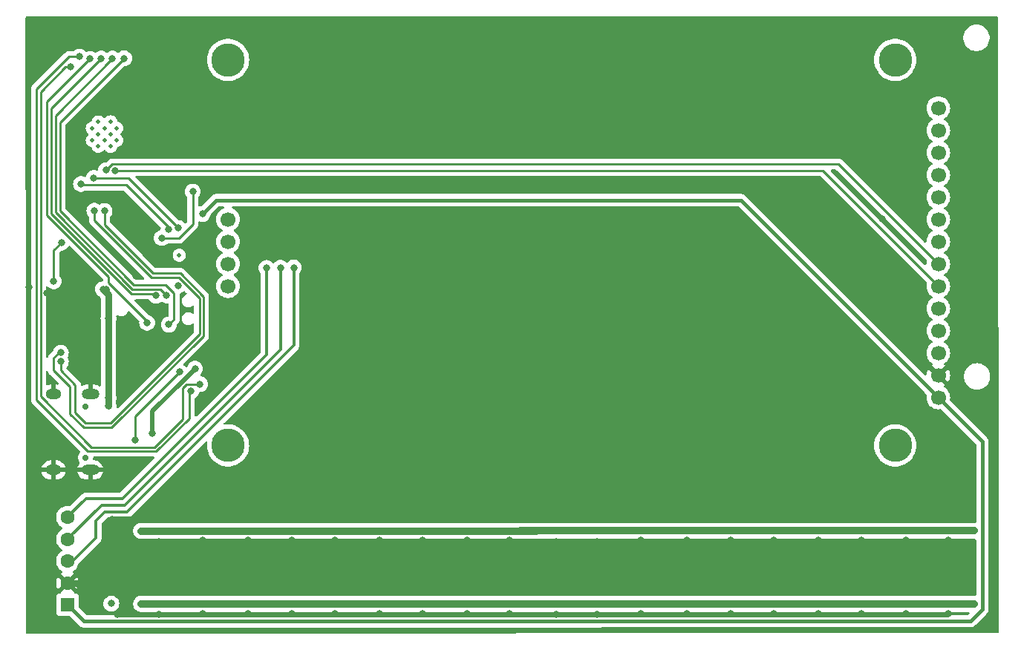
<source format=gbr>
%TF.GenerationSoftware,KiCad,Pcbnew,8.0.6*%
%TF.CreationDate,2024-10-31T12:41:21-07:00*%
%TF.ProjectId,veramonitor,76657261-6d6f-46e6-9974-6f722e6b6963,rev?*%
%TF.SameCoordinates,Original*%
%TF.FileFunction,Copper,L2,Bot*%
%TF.FilePolarity,Positive*%
%FSLAX46Y46*%
G04 Gerber Fmt 4.6, Leading zero omitted, Abs format (unit mm)*
G04 Created by KiCad (PCBNEW 8.0.6) date 2024-10-31 12:41:21*
%MOMM*%
%LPD*%
G01*
G04 APERTURE LIST*
%TA.AperFunction,ComponentPad*%
%ADD10R,1.600000X1.600000*%
%TD*%
%TA.AperFunction,ComponentPad*%
%ADD11C,1.600000*%
%TD*%
%TA.AperFunction,ComponentPad*%
%ADD12C,0.500000*%
%TD*%
%TA.AperFunction,ComponentPad*%
%ADD13C,0.700000*%
%TD*%
%TA.AperFunction,ComponentPad*%
%ADD14O,2.000000X1.200000*%
%TD*%
%TA.AperFunction,ComponentPad*%
%ADD15O,1.800000X1.200000*%
%TD*%
%TA.AperFunction,ComponentPad*%
%ADD16C,3.800000*%
%TD*%
%TA.AperFunction,ComponentPad*%
%ADD17C,1.700000*%
%TD*%
%TA.AperFunction,ViaPad*%
%ADD18C,0.800000*%
%TD*%
%TA.AperFunction,Conductor*%
%ADD19C,0.304800*%
%TD*%
%TA.AperFunction,Conductor*%
%ADD20C,0.250000*%
%TD*%
%TA.AperFunction,Conductor*%
%ADD21C,0.762000*%
%TD*%
%TA.AperFunction,Conductor*%
%ADD22C,0.508000*%
%TD*%
%TA.AperFunction,Conductor*%
%ADD23C,0.406400*%
%TD*%
%TA.AperFunction,Conductor*%
%ADD24C,0.400000*%
%TD*%
%TA.AperFunction,Conductor*%
%ADD25C,0.609600*%
%TD*%
%TA.AperFunction,Conductor*%
%ADD26C,0.850000*%
%TD*%
%TA.AperFunction,Conductor*%
%ADD27C,0.820000*%
%TD*%
%TA.AperFunction,Conductor*%
%ADD28C,0.254000*%
%TD*%
G04 APERTURE END LIST*
D10*
%TO.P,U11,1*%
%TO.N,vcc-1*%
X45130000Y-134030000D03*
D11*
%TO.P,U11,2*%
%TO.N,gnd*%
X45130000Y-131530000D03*
%TO.P,U11,3*%
%TO.N,p3*%
X45130000Y-129030000D03*
%TO.P,U11,4*%
%TO.N,p4*%
X45130000Y-126530000D03*
%TO.P,U11,5*%
%TO.N,p5*%
X45130000Y-124030000D03*
%TD*%
D12*
%TO.P,U3,*%
%TO.N,*%
X57870000Y-94125000D03*
%TD*%
%TO.P,U5,*%
%TO.N,*%
X48650000Y-81725000D03*
X50050000Y-81725000D03*
X47950000Y-81025000D03*
X49350000Y-81025000D03*
X50750000Y-81025000D03*
X48650000Y-80325000D03*
X50050000Y-80325000D03*
X47950000Y-79625000D03*
X49350000Y-79625000D03*
X50750000Y-79625000D03*
X48650000Y-78925000D03*
X50050000Y-78925000D03*
%TD*%
D13*
%TO.P,U2,*%
%TO.N,*%
X47185000Y-111435000D03*
X47185000Y-117215000D03*
D14*
%TO.P,U2,1*%
%TO.N,gnd*%
X47725000Y-110005000D03*
%TO.P,U2,2*%
X47725000Y-118645000D03*
D15*
%TO.P,U2,3*%
X43535000Y-110005000D03*
%TO.P,U2,4*%
X43535000Y-118645000D03*
%TD*%
D16*
%TO.P,U7,0*%
%TO.N,_0*%
X63435000Y-71850000D03*
X63435000Y-115850000D03*
X139505000Y-71850000D03*
X139505000Y-115850000D03*
D17*
%TO.P,U7,1*%
%TO.N,vcc-1*%
X144415000Y-110360000D03*
%TO.P,U7,2*%
%TO.N,gnd*%
X144415000Y-107820000D03*
%TO.P,U7,3*%
%TO.N,cs*%
X144415000Y-105280000D03*
%TO.P,U7,4*%
%TO.N,rst*%
X144415000Y-102740000D03*
%TO.P,U7,5*%
%TO.N,a0*%
X144415000Y-100200000D03*
%TO.P,U7,6*%
%TO.N,sda*%
X144415000Y-97660000D03*
%TO.P,U7,7*%
%TO.N,scl*%
X144415000Y-95120000D03*
%TO.P,U7,8*%
%TO.N,led*%
X144415000Y-92580000D03*
%TO.P,U7,9*%
%TO.N,lcd-nc*%
X144415000Y-90040000D03*
%TO.P,U7,10*%
X144415000Y-87500000D03*
%TO.P,U7,11*%
X144415000Y-84960000D03*
%TO.P,U7,12*%
X144415000Y-82420000D03*
%TO.P,U7,13*%
X144415000Y-79880000D03*
%TO.P,U7,14*%
X144415000Y-77340000D03*
%TO.P,U7,15*%
%TO.N,zk_minus_cs*%
X63435000Y-97660000D03*
%TO.P,U7,16*%
%TO.N,zk_minus_mosi*%
X63435000Y-95120000D03*
%TO.P,U7,17*%
%TO.N,zk_minus_miso*%
X63435000Y-92580000D03*
%TO.P,U7,18*%
%TO.N,zk_minus_sck*%
X63435000Y-90040000D03*
%TD*%
D18*
%TO.N,p5*%
X67820000Y-95590000D03*
%TO.N,p4*%
X69410000Y-95580000D03*
%TO.N,p3*%
X70920000Y-95540000D03*
%TO.N,gnd*%
X65860000Y-86200000D03*
X62020000Y-79520000D03*
X57110000Y-85890000D03*
X53300000Y-90270000D03*
X43040000Y-115930000D03*
X51050000Y-117700000D03*
X50160000Y-117720000D03*
X40760000Y-97820000D03*
X44730000Y-98600000D03*
X58390000Y-103440000D03*
X142160000Y-130320000D03*
X141930000Y-121430000D03*
X87010000Y-130160000D03*
X86930000Y-121240000D03*
X62250000Y-130090000D03*
X58930000Y-121150000D03*
X56100000Y-121240000D03*
X42590000Y-122650000D03*
X43030000Y-115010000D03*
X42000000Y-72700000D03*
X53950000Y-75980000D03*
X118760000Y-70280000D03*
X123990000Y-70730000D03*
X138420000Y-98170000D03*
X137980000Y-90000000D03*
X73760000Y-101770000D03*
X73730000Y-104110000D03*
X52960000Y-96480000D03*
%TO.N,*%
X57720000Y-97620000D03*
%TO.N,gnd*%
X52060000Y-107370000D03*
X48030000Y-105910000D03*
X46620000Y-101180000D03*
X55880000Y-94380000D03*
X61020000Y-96610000D03*
X51960000Y-105540000D03*
%TO.N,vcc*%
X49800000Y-110430000D03*
%TO.N,gnd*%
X42800000Y-98490000D03*
X44290000Y-103620000D03*
X42050000Y-68570000D03*
%TO.N,vcc*%
X59660000Y-107090000D03*
X54790000Y-114445002D03*
%TO.N,en*%
X44425000Y-92695000D03*
%TO.N,vcc-1*%
X60520000Y-89430000D03*
%TO.N,scl*%
X48190000Y-89060000D03*
%TO.N,sda*%
X49350000Y-89080000D03*
%TO.N,tx*%
X45510000Y-72670000D03*
%TO.N,rx*%
X46500000Y-71480000D03*
X59210000Y-109660000D03*
%TO.N,tx*%
X60240000Y-108850000D03*
%TO.N,scl*%
X49530000Y-84430000D03*
%TO.N,sda*%
X50590000Y-84450000D03*
%TO.N,gnd*%
X135620000Y-126690000D03*
X130720000Y-126690000D03*
X125620000Y-135015000D03*
X130720000Y-135015000D03*
X90220000Y-132615000D03*
X85220000Y-132615000D03*
X105220000Y-124290000D03*
X60520000Y-135015000D03*
X50825000Y-126795000D03*
X65720000Y-135015000D03*
X125220000Y-124290000D03*
X120720000Y-135015000D03*
X90225000Y-124295000D03*
X65220000Y-132615000D03*
X115220000Y-124290000D03*
X105220000Y-132615000D03*
X95225000Y-124295000D03*
X110520000Y-126690000D03*
X135220000Y-132615000D03*
X55520000Y-135115000D03*
X140720000Y-135015000D03*
X105520000Y-135115000D03*
X90720000Y-135015000D03*
X55225000Y-124295000D03*
X115220000Y-132615000D03*
X85225000Y-124295000D03*
X135220000Y-124290000D03*
X110520000Y-135015000D03*
X100220000Y-132615000D03*
X85620000Y-135015000D03*
X115720000Y-126690000D03*
X80225000Y-124295000D03*
X110220000Y-132615000D03*
X65225000Y-124295000D03*
X55525000Y-126795000D03*
X130220000Y-132615000D03*
X105520000Y-126790000D03*
X60225000Y-124295000D03*
X145220000Y-132615000D03*
X95525000Y-126695000D03*
X145220000Y-124290000D03*
X75620000Y-135015000D03*
X80725000Y-126695000D03*
X80720000Y-135015000D03*
X65725000Y-126695000D03*
X95520000Y-135015000D03*
X90725000Y-126695000D03*
X95220000Y-132615000D03*
X125620000Y-126690000D03*
X85625000Y-126695000D03*
X75225000Y-124295000D03*
X70225000Y-124295000D03*
X75220000Y-132615000D03*
X100820000Y-126790000D03*
X135620000Y-135015000D03*
X130220000Y-124290000D03*
X140220000Y-132615000D03*
X60220000Y-132615000D03*
X145520000Y-135015000D03*
X125220000Y-132615000D03*
X110220000Y-124290000D03*
X60525000Y-126695000D03*
X70720000Y-135015000D03*
X50220000Y-132615000D03*
X50225000Y-124295000D03*
X140720000Y-126690000D03*
X70725000Y-126695000D03*
X100820000Y-135115000D03*
X120220000Y-132615000D03*
X145520000Y-126690000D03*
X55220000Y-132615000D03*
X75625000Y-126695000D03*
X115720000Y-135015000D03*
X120220000Y-124290000D03*
X120720000Y-126690000D03*
X80220000Y-132615000D03*
X140220000Y-124290000D03*
X70220000Y-132615000D03*
X50820000Y-135115000D03*
X100220000Y-124290000D03*
%TO.N,sda*%
X44360000Y-105270000D03*
%TO.N,pdm_clk*%
X57770000Y-91040000D03*
X48125000Y-85315000D03*
%TO.N,tms*%
X54200000Y-101850000D03*
X47675000Y-71725000D03*
%TO.N,pdm_sel*%
X59407500Y-86877500D03*
X55880000Y-92170000D03*
%TO.N,scl*%
X44375751Y-106284799D03*
%TO.N,tdi*%
X48975000Y-71700000D03*
X55225000Y-98750000D03*
%TO.N,tdo*%
X50250000Y-71700000D03*
X56410000Y-98720000D03*
%TO.N,pdm_data*%
X46667347Y-86007347D03*
X56664847Y-91145153D03*
%TO.N,en*%
X43570000Y-97100000D03*
%TO.N,tck*%
X51575000Y-71675000D03*
X56690000Y-102050000D03*
%TO.N,vcc*%
X49525000Y-98000000D03*
X83520000Y-133915000D03*
X98520000Y-133915000D03*
X108520000Y-125590000D03*
X148520000Y-125590000D03*
X58525000Y-125595000D03*
X103520000Y-125590000D03*
X123520000Y-133915000D03*
X73520000Y-133915000D03*
X88520000Y-133915000D03*
X128520000Y-133915000D03*
X93525000Y-125595000D03*
X53520000Y-133915000D03*
X63520000Y-133915000D03*
X128520000Y-125590000D03*
X98525000Y-125595000D03*
X118520000Y-133915000D03*
X143520000Y-133915000D03*
X49800000Y-111350000D03*
X68525000Y-125595000D03*
X113520000Y-125590000D03*
X148520000Y-133915000D03*
X78525000Y-125595000D03*
X93520000Y-133915000D03*
X58520000Y-133915000D03*
X103520000Y-133915000D03*
X118520000Y-125590000D03*
X88525000Y-125595000D03*
X123520000Y-125590000D03*
X138520000Y-125590000D03*
X108520000Y-133915000D03*
X49175000Y-98015000D03*
X78520000Y-133915000D03*
X113520000Y-133915000D03*
X49800000Y-101350000D03*
X63525000Y-125595000D03*
X83525000Y-125595000D03*
X53525000Y-125595000D03*
X133520000Y-133915000D03*
X138520000Y-133915000D03*
X143520000Y-125590000D03*
X133520000Y-125590000D03*
X73525000Y-125595000D03*
X68520000Y-133915000D03*
%TO.N,ledrow2-dout*%
X50120000Y-133890000D03*
%TO.N,vdd*%
X52825000Y-115225000D03*
X57925000Y-107450000D03*
%TD*%
D19*
%TO.N,p4*%
X69410000Y-95580000D02*
X69410000Y-104890000D01*
X69410000Y-104890000D02*
X51660000Y-122640000D01*
X51660000Y-122640000D02*
X48990000Y-122640000D01*
X48990000Y-122640000D02*
X45130000Y-126500000D01*
X45130000Y-126500000D02*
X45130000Y-126530000D01*
%TO.N,p5*%
X45130000Y-124030000D02*
X45130000Y-123980000D01*
X45130000Y-123980000D02*
X47230000Y-121880000D01*
X47230000Y-121880000D02*
X51410000Y-121880000D01*
X51410000Y-121880000D02*
X67820000Y-105470000D01*
X67820000Y-105470000D02*
X67820000Y-95590000D01*
%TO.N,p3*%
X45130000Y-129030000D02*
X45740000Y-129030000D01*
X70920000Y-104390000D02*
X70920000Y-95540000D01*
X45740000Y-129030000D02*
X48350000Y-126420000D01*
X48350000Y-126420000D02*
X48350000Y-124450000D01*
X51910000Y-123400000D02*
X70920000Y-104390000D01*
X48350000Y-124450000D02*
X49400000Y-123400000D01*
X49400000Y-123400000D02*
X51910000Y-123400000D01*
D20*
%TO.N,rx*%
X59210000Y-109660000D02*
X59010000Y-109860000D01*
X59010000Y-109860000D02*
X59010000Y-112730000D01*
X59010000Y-112730000D02*
X55250000Y-116490000D01*
X41600000Y-75163604D02*
X45283604Y-71480000D01*
X55250000Y-116490000D02*
X47440000Y-116490000D01*
X47440000Y-116490000D02*
X41600000Y-110650000D01*
X41600000Y-110650000D02*
X41600000Y-75163604D01*
X45283604Y-71480000D02*
X46500000Y-71480000D01*
%TO.N,tx*%
X60240000Y-108850000D02*
X58714695Y-108850000D01*
X58714695Y-108850000D02*
X58230000Y-109334695D01*
X58230000Y-109334695D02*
X58230000Y-112873604D01*
X58230000Y-112873604D02*
X55073604Y-116030000D01*
X44900000Y-72670000D02*
X45510000Y-72670000D01*
X55073604Y-116030000D02*
X47810000Y-116030000D01*
X47810000Y-116030000D02*
X42050000Y-110270000D01*
X42050000Y-75520000D02*
X44900000Y-72670000D01*
X42050000Y-110270000D02*
X42050000Y-75520000D01*
%TO.N,tck*%
X44280000Y-78960000D02*
X51565000Y-71675000D01*
X51565000Y-71675000D02*
X51575000Y-71675000D01*
X52700000Y-97520000D02*
X44280000Y-89100000D01*
X56690000Y-102050000D02*
X57270000Y-101470000D01*
X57270000Y-101470000D02*
X57270000Y-98500000D01*
X57270000Y-98500000D02*
X56290000Y-97520000D01*
X56290000Y-97520000D02*
X52700000Y-97520000D01*
X44280000Y-89100000D02*
X44280000Y-78960000D01*
D21*
%TO.N,vcc*%
X49800000Y-110430000D02*
X49800000Y-110725000D01*
D22*
X54790000Y-114445002D02*
X54790000Y-111955865D01*
X54790000Y-111955865D02*
X58474865Y-108271000D01*
X58474865Y-108271000D02*
X58479000Y-108271000D01*
X58479000Y-108271000D02*
X59660000Y-107090000D01*
D20*
%TO.N,en*%
X44425000Y-92695000D02*
X44460000Y-92660000D01*
X44425000Y-92695000D02*
X43570000Y-93550000D01*
X43570000Y-93550000D02*
X43570000Y-97100000D01*
%TO.N,tms*%
X54200000Y-101850000D02*
X54200000Y-101649695D01*
X54200000Y-101649695D02*
X49825305Y-97275000D01*
X49825305Y-97275000D02*
X49825305Y-96598097D01*
X42800000Y-76600000D02*
X47675000Y-71725000D01*
X49825305Y-96598097D02*
X42800000Y-89572792D01*
X42800000Y-89572792D02*
X42800000Y-76600000D01*
%TO.N,tdi*%
X55225000Y-98750000D02*
X55025000Y-98550000D01*
X52413604Y-98550000D02*
X43260000Y-89396396D01*
X55025000Y-98550000D02*
X52413604Y-98550000D01*
X43260000Y-89396396D02*
X43260000Y-77415000D01*
X43260000Y-77415000D02*
X48975000Y-71700000D01*
%TO.N,tdo*%
X56410000Y-98720000D02*
X55690000Y-98000000D01*
X55690000Y-98000000D02*
X52500000Y-98000000D01*
X52500000Y-98000000D02*
X43760000Y-89260000D01*
X43760000Y-89260000D02*
X43760000Y-78210000D01*
X43760000Y-78210000D02*
X50250000Y-71720000D01*
X50250000Y-71720000D02*
X50250000Y-71700000D01*
D23*
%TO.N,vcc-1*%
X45130000Y-134030000D02*
X47018200Y-135918200D01*
X47018200Y-135918200D02*
X105852697Y-135918200D01*
X105852697Y-135918200D02*
X105880897Y-135890000D01*
X105880897Y-135890000D02*
X148090000Y-135890000D01*
X148090000Y-135890000D02*
X149440000Y-134540000D01*
X149440000Y-134540000D02*
X149440000Y-115385000D01*
X149440000Y-115385000D02*
X144415000Y-110360000D01*
D21*
%TO.N,gnd*%
X93720000Y-132615000D02*
X52100000Y-132615000D01*
X52100000Y-132615000D02*
X50220000Y-132615000D01*
X52100000Y-132615000D02*
X47355000Y-132615000D01*
X47355000Y-132615000D02*
X46270000Y-131530000D01*
X46270000Y-131530000D02*
X45130000Y-131530000D01*
D20*
%TO.N,scl*%
X48190000Y-89060000D02*
X48190000Y-90126396D01*
X60180000Y-99040000D02*
X60180000Y-103153604D01*
X48190000Y-90126396D02*
X54723604Y-96660000D01*
X47180000Y-113290000D02*
X46020000Y-112130000D01*
X44375751Y-107305751D02*
X44375751Y-106284799D01*
X54723604Y-96660000D02*
X57800000Y-96660000D01*
X57800000Y-96660000D02*
X60180000Y-99040000D01*
X60180000Y-103153604D02*
X50043604Y-113290000D01*
X50043604Y-113290000D02*
X47180000Y-113290000D01*
X46020000Y-112130000D02*
X46020000Y-108950000D01*
X46020000Y-108950000D02*
X44375751Y-107305751D01*
%TO.N,sda*%
X44360000Y-105270000D02*
X44140000Y-105270000D01*
X44140000Y-105270000D02*
X43530000Y-105880000D01*
X60630000Y-103340000D02*
X60630000Y-98853604D01*
X43530000Y-105880000D02*
X43530000Y-107260000D01*
X43530000Y-107260000D02*
X45420000Y-109150000D01*
X45420000Y-109150000D02*
X45420000Y-112230000D01*
X60630000Y-98853604D02*
X57986396Y-96210000D01*
X45420000Y-112230000D02*
X47010000Y-113820000D01*
X47010000Y-113820000D02*
X50150000Y-113820000D01*
X50150000Y-113820000D02*
X60630000Y-103340000D01*
X57986396Y-96210000D02*
X54910000Y-96210000D01*
X54910000Y-96210000D02*
X49350000Y-90650000D01*
X49350000Y-90650000D02*
X49350000Y-89080000D01*
D24*
%TO.N,vcc-1*%
X60520000Y-89430000D02*
X62100000Y-87850000D01*
X62100000Y-87850000D02*
X121905000Y-87850000D01*
X121905000Y-87850000D02*
X144415000Y-110360000D01*
D20*
%TO.N,pdm_sel*%
X55880000Y-92170000D02*
X57840000Y-92170000D01*
X59420000Y-90590000D02*
X59420000Y-86890000D01*
X57840000Y-92170000D02*
X59420000Y-90590000D01*
X59420000Y-86890000D02*
X59407500Y-86877500D01*
%TO.N,sda*%
X50590000Y-84450000D02*
X131205000Y-84450000D01*
X131205000Y-84450000D02*
X144415000Y-97660000D01*
%TO.N,scl*%
X49530000Y-84430000D02*
X50235000Y-83725000D01*
X50235000Y-83725000D02*
X133020000Y-83725000D01*
X133020000Y-83725000D02*
X144415000Y-95120000D01*
D25*
%TO.N,gnd*%
X94070000Y-126795000D02*
X91625000Y-126795000D01*
D21*
X87325000Y-124295000D02*
X85225000Y-124295000D01*
X137320000Y-124290000D02*
X115220000Y-124290000D01*
D25*
X93995000Y-135115000D02*
X91620000Y-135115000D01*
X104045000Y-135115000D02*
X93995000Y-135115000D01*
X135720000Y-126790000D02*
X135620000Y-126690000D01*
D21*
X93720000Y-132615000D02*
X87320000Y-132615000D01*
X87320000Y-132615000D02*
X85220000Y-132615000D01*
X93720000Y-132615000D02*
X90220000Y-132615000D01*
D25*
X139820000Y-126790000D02*
X131620000Y-126790000D01*
X81625000Y-126795000D02*
X80825000Y-126795000D01*
X80825000Y-126795000D02*
X80725000Y-126695000D01*
X139820000Y-135115000D02*
X131620000Y-135115000D01*
X145420000Y-135115000D02*
X141620000Y-135115000D01*
D21*
X103620000Y-132615000D02*
X100220000Y-132615000D01*
D25*
X91625000Y-126795000D02*
X90825000Y-126795000D01*
D21*
X103995000Y-124290000D02*
X101745000Y-124290000D01*
X93725000Y-124295000D02*
X87325000Y-124295000D01*
D25*
X91620000Y-135115000D02*
X89820000Y-135115000D01*
X89820000Y-135115000D02*
X85720000Y-135115000D01*
D21*
X101740000Y-124295000D02*
X101745000Y-124290000D01*
D25*
X139820000Y-135115000D02*
X135720000Y-135115000D01*
D21*
X101745000Y-124290000D02*
X100220000Y-124290000D01*
D25*
X131620000Y-135115000D02*
X104045000Y-135115000D01*
X85720000Y-135115000D02*
X85620000Y-135015000D01*
D21*
X103620000Y-132615000D02*
X93720000Y-132615000D01*
D25*
X139820000Y-126790000D02*
X135720000Y-126790000D01*
X145520000Y-126690000D02*
X145420000Y-126790000D01*
X135720000Y-135115000D02*
X135620000Y-135015000D01*
X95520000Y-135015000D02*
X95420000Y-135115000D01*
X94075000Y-126790000D02*
X94070000Y-126795000D01*
D21*
X143720000Y-132615000D02*
X103620000Y-132615000D01*
D25*
X141620000Y-135115000D02*
X139820000Y-135115000D01*
X80820000Y-135115000D02*
X80720000Y-135015000D01*
X131620000Y-126790000D02*
X130820000Y-126790000D01*
X103545000Y-126790000D02*
X94075000Y-126790000D01*
D21*
X143720000Y-124290000D02*
X103995000Y-124290000D01*
D25*
X104045000Y-135115000D02*
X100820000Y-135115000D01*
D21*
X95220000Y-132615000D02*
X93720000Y-132615000D01*
D25*
X85725000Y-126795000D02*
X85625000Y-126695000D01*
X130820000Y-135115000D02*
X130720000Y-135015000D01*
D21*
X94320000Y-124295000D02*
X93725000Y-124295000D01*
D25*
X141620000Y-126790000D02*
X140820000Y-126790000D01*
D21*
X137320000Y-132615000D02*
X135220000Y-132615000D01*
X145220000Y-132615000D02*
X143720000Y-132615000D01*
D25*
X131620000Y-126790000D02*
X103545000Y-126790000D01*
X131620000Y-135115000D02*
X130820000Y-135115000D01*
D21*
X87320000Y-132615000D02*
X65220000Y-132615000D01*
D25*
X95525000Y-126695000D02*
X95425000Y-126795000D01*
X130820000Y-126790000D02*
X130720000Y-126690000D01*
X145520000Y-135015000D02*
X145420000Y-135115000D01*
D21*
X95225000Y-124295000D02*
X94320000Y-124295000D01*
D25*
X140820000Y-126790000D02*
X140720000Y-126690000D01*
X89825000Y-126795000D02*
X81625000Y-126795000D01*
X89820000Y-135115000D02*
X81620000Y-135115000D01*
X91620000Y-135115000D02*
X90820000Y-135115000D01*
D21*
X93725000Y-124295000D02*
X90225000Y-124295000D01*
X143720000Y-132615000D02*
X140220000Y-132615000D01*
X93730000Y-124290000D02*
X93725000Y-124295000D01*
D25*
X95420000Y-135115000D02*
X93995000Y-135115000D01*
D21*
X145220000Y-124290000D02*
X143720000Y-124290000D01*
D25*
X103545000Y-126790000D02*
X100820000Y-126790000D01*
X81620000Y-135115000D02*
X80820000Y-135115000D01*
X81620000Y-135115000D02*
X50820000Y-135115000D01*
X90825000Y-126795000D02*
X90725000Y-126695000D01*
D21*
X143720000Y-124290000D02*
X140220000Y-124290000D01*
D25*
X145420000Y-126790000D02*
X141620000Y-126790000D01*
X141620000Y-126790000D02*
X139820000Y-126790000D01*
X89825000Y-126795000D02*
X85725000Y-126795000D01*
D21*
X143720000Y-132615000D02*
X137320000Y-132615000D01*
X143720000Y-124290000D02*
X137320000Y-124290000D01*
D25*
X90820000Y-135115000D02*
X90720000Y-135015000D01*
D21*
X103995000Y-124290000D02*
X93730000Y-124290000D01*
X137320000Y-124290000D02*
X135220000Y-124290000D01*
D25*
X140820000Y-135115000D02*
X140720000Y-135015000D01*
X81625000Y-126795000D02*
X50825000Y-126795000D01*
D21*
X93725000Y-124295000D02*
X50225000Y-124295000D01*
D25*
X141620000Y-135115000D02*
X140820000Y-135115000D01*
D21*
X87325000Y-124295000D02*
X65225000Y-124295000D01*
D25*
X95425000Y-126795000D02*
X94070000Y-126795000D01*
D21*
X137320000Y-132615000D02*
X115220000Y-132615000D01*
D25*
X91625000Y-126795000D02*
X89825000Y-126795000D01*
D20*
%TO.N,pdm_clk*%
X51055000Y-85325000D02*
X51045000Y-85315000D01*
X50445000Y-85315000D02*
X48125000Y-85315000D01*
X52045000Y-85315000D02*
X50445000Y-85315000D01*
X51870000Y-85325000D02*
X51055000Y-85325000D01*
X52245000Y-85515000D02*
X57770000Y-91040000D01*
X52245000Y-85515000D02*
X52045000Y-85315000D01*
X51045000Y-85315000D02*
X52045000Y-85315000D01*
X51045000Y-85315000D02*
X50445000Y-85315000D01*
%TO.N,tms*%
X47675000Y-71800000D02*
X47675000Y-71725000D01*
%TO.N,tdi*%
X48975000Y-71800000D02*
X48975000Y-71700000D01*
%TO.N,pdm_data*%
X46667347Y-86007347D02*
X46775000Y-86115000D01*
X56664847Y-90959847D02*
X51830000Y-86125000D01*
X51830000Y-86125000D02*
X51570000Y-86125000D01*
X56664847Y-91145153D02*
X56664847Y-90959847D01*
X46775000Y-86115000D02*
X51670000Y-86115000D01*
D26*
%TO.N,vcc*%
X53525000Y-125595000D02*
X55825000Y-125595000D01*
X82920000Y-133915000D02*
X88020000Y-133915000D01*
X67525000Y-125595000D02*
X72725000Y-125595000D01*
X132920000Y-125590000D02*
X138020000Y-125590000D01*
D27*
X88020000Y-133915000D02*
X88520000Y-133915000D01*
D26*
X96770000Y-125595000D02*
X98525000Y-125595000D01*
X132920000Y-133915000D02*
X138020000Y-133915000D01*
X104770000Y-125590000D02*
X105820000Y-125590000D01*
D27*
X122720000Y-125590000D02*
X123520000Y-125590000D01*
D26*
X53520000Y-133915000D02*
X55820000Y-133915000D01*
D27*
X142620000Y-125590000D02*
X143520000Y-125590000D01*
D26*
X78025000Y-125595000D02*
X82925000Y-125595000D01*
X128020000Y-133915000D02*
X132920000Y-133915000D01*
X78020000Y-133915000D02*
X82920000Y-133915000D01*
D27*
X138020000Y-125590000D02*
X138520000Y-125590000D01*
D26*
X92625000Y-125595000D02*
X96770000Y-125595000D01*
D27*
X132920000Y-125590000D02*
X133520000Y-125590000D01*
X55820000Y-133915000D02*
X58520000Y-133915000D01*
D26*
X96870000Y-133915000D02*
X98520000Y-133915000D01*
X105820000Y-125590000D02*
X111420000Y-125590000D01*
X117520000Y-125590000D02*
X122720000Y-125590000D01*
X92620000Y-133915000D02*
X96870000Y-133915000D01*
D27*
X82920000Y-133915000D02*
X83520000Y-133915000D01*
X105820000Y-125590000D02*
X108520000Y-125590000D01*
X128020000Y-125590000D02*
X128520000Y-125590000D01*
D26*
X61420000Y-133915000D02*
X68520000Y-133915000D01*
D27*
X72720000Y-133915000D02*
X73520000Y-133915000D01*
X92620000Y-133915000D02*
X93520000Y-133915000D01*
D26*
X138020000Y-133915000D02*
X142620000Y-133915000D01*
X138020000Y-125590000D02*
X142620000Y-125590000D01*
X72720000Y-133915000D02*
X78020000Y-133915000D01*
D27*
X61420000Y-133915000D02*
X63520000Y-133915000D01*
D26*
X88020000Y-133915000D02*
X92620000Y-133915000D01*
X117520000Y-133915000D02*
X122720000Y-133915000D01*
D21*
X49800000Y-101350000D02*
X49800000Y-110430000D01*
D26*
X67520000Y-133915000D02*
X72720000Y-133915000D01*
D27*
X128020000Y-133915000D02*
X128520000Y-133915000D01*
D26*
X72725000Y-125595000D02*
X78025000Y-125595000D01*
X88025000Y-125595000D02*
X92625000Y-125595000D01*
D27*
X72725000Y-125595000D02*
X73525000Y-125595000D01*
D26*
X96775000Y-125590000D02*
X96770000Y-125595000D01*
X111420000Y-125590000D02*
X118520000Y-125590000D01*
D27*
X142620000Y-133915000D02*
X143520000Y-133915000D01*
X88025000Y-125595000D02*
X88525000Y-125595000D01*
X111420000Y-125590000D02*
X113520000Y-125590000D01*
D21*
X49800000Y-98640000D02*
X49800000Y-101350000D01*
D27*
X55825000Y-125595000D02*
X58525000Y-125595000D01*
D26*
X103520000Y-133915000D02*
X105120000Y-133915000D01*
X142620000Y-125590000D02*
X148520000Y-125590000D01*
D27*
X111420000Y-133915000D02*
X113520000Y-133915000D01*
D21*
X49190000Y-98000000D02*
X49175000Y-98015000D01*
D27*
X82925000Y-125595000D02*
X83525000Y-125595000D01*
D26*
X142620000Y-133915000D02*
X148520000Y-133915000D01*
X103520000Y-125590000D02*
X104770000Y-125590000D01*
D27*
X78025000Y-125595000D02*
X78525000Y-125595000D01*
D26*
X122720000Y-125590000D02*
X128020000Y-125590000D01*
D27*
X122720000Y-133915000D02*
X123520000Y-133915000D01*
D21*
X49800000Y-110725000D02*
X49800000Y-111350000D01*
D26*
X61425000Y-125595000D02*
X68525000Y-125595000D01*
X55825000Y-125595000D02*
X61425000Y-125595000D01*
D21*
X49525000Y-98000000D02*
X49190000Y-98000000D01*
D26*
X105120000Y-133915000D02*
X105820000Y-133915000D01*
X105820000Y-133915000D02*
X111420000Y-133915000D01*
D27*
X92625000Y-125595000D02*
X93525000Y-125595000D01*
X78020000Y-133915000D02*
X78520000Y-133915000D01*
X61425000Y-125595000D02*
X63525000Y-125595000D01*
D26*
X82925000Y-125595000D02*
X88025000Y-125595000D01*
D27*
X132920000Y-133915000D02*
X133520000Y-133915000D01*
X105820000Y-133915000D02*
X108520000Y-133915000D01*
D26*
X96870000Y-133915000D02*
X105120000Y-133915000D01*
X96775000Y-125590000D02*
X104770000Y-125590000D01*
D21*
X49175000Y-98015000D02*
X49800000Y-98640000D01*
D26*
X111420000Y-133915000D02*
X118520000Y-133915000D01*
D27*
X138020000Y-133915000D02*
X138520000Y-133915000D01*
D26*
X122720000Y-133915000D02*
X128020000Y-133915000D01*
X55820000Y-133915000D02*
X61420000Y-133915000D01*
X128020000Y-125590000D02*
X132920000Y-125590000D01*
D28*
%TO.N,vdd*%
X52825000Y-112550000D02*
X52825000Y-115225000D01*
X57925000Y-107450000D02*
X52825000Y-112550000D01*
%TD*%
%TA.AperFunction,Conductor*%
%TO.N,gnd*%
G36*
X58473165Y-98237633D02*
G01*
X58523653Y-98268243D01*
X58694693Y-98439283D01*
X58728178Y-98500606D01*
X58723194Y-98570298D01*
X58681322Y-98626231D01*
X58654466Y-98641525D01*
X58551730Y-98684080D01*
X58551724Y-98684083D01*
X58429580Y-98765698D01*
X58429576Y-98765701D01*
X58325701Y-98869576D01*
X58325698Y-98869580D01*
X58244083Y-98991724D01*
X58244078Y-98991733D01*
X58187861Y-99127455D01*
X58187858Y-99127465D01*
X58159200Y-99271540D01*
X58159200Y-99418459D01*
X58187858Y-99562534D01*
X58187861Y-99562544D01*
X58244078Y-99698266D01*
X58244083Y-99698275D01*
X58325698Y-99820419D01*
X58325701Y-99820423D01*
X58429576Y-99924298D01*
X58429580Y-99924301D01*
X58551724Y-100005916D01*
X58551730Y-100005919D01*
X58551731Y-100005920D01*
X58687458Y-100062140D01*
X58831540Y-100090799D01*
X58831544Y-100090800D01*
X58831545Y-100090800D01*
X58978456Y-100090800D01*
X58978457Y-100090799D01*
X59122542Y-100062140D01*
X59258269Y-100005920D01*
X59361609Y-99936869D01*
X59428286Y-99915992D01*
X59495666Y-99934476D01*
X59542357Y-99986455D01*
X59554500Y-100039972D01*
X59554500Y-100680027D01*
X59534815Y-100747066D01*
X59482011Y-100792821D01*
X59412853Y-100802765D01*
X59361609Y-100783129D01*
X59258275Y-100714083D01*
X59258266Y-100714078D01*
X59136554Y-100663664D01*
X59122542Y-100657860D01*
X59122538Y-100657859D01*
X59122534Y-100657858D01*
X58978459Y-100629200D01*
X58978455Y-100629200D01*
X58831545Y-100629200D01*
X58831540Y-100629200D01*
X58687465Y-100657858D01*
X58687455Y-100657861D01*
X58551733Y-100714078D01*
X58551724Y-100714083D01*
X58429580Y-100795698D01*
X58429576Y-100795701D01*
X58325701Y-100899576D01*
X58325698Y-100899580D01*
X58244083Y-101021724D01*
X58244078Y-101021733D01*
X58187861Y-101157455D01*
X58187858Y-101157465D01*
X58159200Y-101301540D01*
X58159200Y-101448459D01*
X58187858Y-101592534D01*
X58187861Y-101592544D01*
X58244078Y-101728266D01*
X58244083Y-101728275D01*
X58325698Y-101850419D01*
X58325701Y-101850423D01*
X58429576Y-101954298D01*
X58429580Y-101954301D01*
X58551724Y-102035916D01*
X58551733Y-102035921D01*
X58557378Y-102038259D01*
X58687458Y-102092140D01*
X58831540Y-102120799D01*
X58831544Y-102120800D01*
X58831545Y-102120800D01*
X58978456Y-102120800D01*
X58978457Y-102120799D01*
X59122542Y-102092140D01*
X59258269Y-102035920D01*
X59361609Y-101966869D01*
X59428286Y-101945992D01*
X59495666Y-101964476D01*
X59542357Y-102016455D01*
X59554500Y-102069972D01*
X59554500Y-102843151D01*
X59534815Y-102910190D01*
X59518181Y-102930832D01*
X50906841Y-111542172D01*
X50845518Y-111575657D01*
X50775826Y-111570673D01*
X50719893Y-111528801D01*
X50695476Y-111463337D01*
X50695838Y-111441542D01*
X50705460Y-111350000D01*
X50685674Y-111161744D01*
X50685673Y-111161741D01*
X50685673Y-111161739D01*
X50684324Y-111155389D01*
X50685594Y-111155118D01*
X50681500Y-111129257D01*
X50681500Y-110650741D01*
X50685603Y-110624889D01*
X50684322Y-110624617D01*
X50685672Y-110618261D01*
X50685674Y-110618256D01*
X50705460Y-110430000D01*
X50685674Y-110241744D01*
X50685673Y-110241741D01*
X50685673Y-110241739D01*
X50684324Y-110235389D01*
X50685594Y-110235118D01*
X50681500Y-110209257D01*
X50681500Y-101570741D01*
X50685603Y-101544889D01*
X50684322Y-101544617D01*
X50685672Y-101538261D01*
X50685674Y-101538256D01*
X50705460Y-101350000D01*
X50685674Y-101161744D01*
X50685673Y-101161741D01*
X50685673Y-101161739D01*
X50684324Y-101155389D01*
X50685594Y-101155118D01*
X50681500Y-101129257D01*
X50681500Y-101085708D01*
X50701185Y-101018669D01*
X50753989Y-100972914D01*
X50823147Y-100962970D01*
X50874392Y-100982607D01*
X50931723Y-101020915D01*
X50931733Y-101020921D01*
X50956800Y-101031304D01*
X51067458Y-101077140D01*
X51210937Y-101105679D01*
X51211540Y-101105799D01*
X51211544Y-101105800D01*
X51211545Y-101105800D01*
X51358456Y-101105800D01*
X51358457Y-101105799D01*
X51502542Y-101077140D01*
X51638269Y-101020920D01*
X51760420Y-100939301D01*
X51864301Y-100835420D01*
X51945920Y-100713269D01*
X52001744Y-100578497D01*
X52045583Y-100524095D01*
X52111877Y-100502030D01*
X52179577Y-100519309D01*
X52203985Y-100538270D01*
X53273752Y-101608037D01*
X53307237Y-101669360D01*
X53309392Y-101708678D01*
X53294540Y-101849999D01*
X53294540Y-101850000D01*
X53314326Y-102038256D01*
X53314327Y-102038259D01*
X53372818Y-102218277D01*
X53372821Y-102218284D01*
X53467467Y-102382216D01*
X53499937Y-102418277D01*
X53594129Y-102522888D01*
X53747265Y-102634148D01*
X53747270Y-102634151D01*
X53920192Y-102711142D01*
X53920197Y-102711144D01*
X54105354Y-102750500D01*
X54105355Y-102750500D01*
X54294644Y-102750500D01*
X54294646Y-102750500D01*
X54479803Y-102711144D01*
X54652730Y-102634151D01*
X54805871Y-102522888D01*
X54932533Y-102382216D01*
X55027179Y-102218284D01*
X55085674Y-102038256D01*
X55105460Y-101850000D01*
X55085674Y-101661744D01*
X55027179Y-101481716D01*
X54932533Y-101317784D01*
X54805871Y-101177112D01*
X54782222Y-101159930D01*
X54652734Y-101065851D01*
X54652729Y-101065848D01*
X54479806Y-100988857D01*
X54479804Y-100988856D01*
X54479803Y-100988856D01*
X54450405Y-100982607D01*
X54444544Y-100981361D01*
X54383063Y-100948167D01*
X54382647Y-100947752D01*
X52822076Y-99387181D01*
X52788591Y-99325858D01*
X52793575Y-99256166D01*
X52835447Y-99200233D01*
X52900911Y-99175816D01*
X52909757Y-99175500D01*
X54359263Y-99175500D01*
X54426302Y-99195185D01*
X54466650Y-99237500D01*
X54492467Y-99282216D01*
X54615141Y-99418459D01*
X54619129Y-99422888D01*
X54772265Y-99534148D01*
X54772270Y-99534151D01*
X54945192Y-99611142D01*
X54945197Y-99611144D01*
X55130354Y-99650500D01*
X55130355Y-99650500D01*
X55319644Y-99650500D01*
X55319646Y-99650500D01*
X55504803Y-99611144D01*
X55677730Y-99534151D01*
X55765260Y-99470556D01*
X55831065Y-99447076D01*
X55899119Y-99462901D01*
X55911024Y-99470551D01*
X55911032Y-99470557D01*
X55957270Y-99504151D01*
X56130192Y-99581142D01*
X56130197Y-99581144D01*
X56315354Y-99620500D01*
X56315355Y-99620500D01*
X56504639Y-99620500D01*
X56504646Y-99620500D01*
X56504652Y-99620498D01*
X56507529Y-99620196D01*
X56509192Y-99620500D01*
X56511145Y-99620500D01*
X56511145Y-99620857D01*
X56576259Y-99632760D01*
X56627287Y-99680488D01*
X56644500Y-99743516D01*
X56644500Y-101038640D01*
X56624815Y-101105679D01*
X56572011Y-101151434D01*
X56546281Y-101159930D01*
X56410197Y-101188855D01*
X56410192Y-101188857D01*
X56237270Y-101265848D01*
X56237265Y-101265851D01*
X56084129Y-101377111D01*
X55957466Y-101517785D01*
X55862821Y-101681715D01*
X55862818Y-101681722D01*
X55808005Y-101850420D01*
X55804326Y-101861744D01*
X55784540Y-102050000D01*
X55804326Y-102238256D01*
X55804327Y-102238259D01*
X55862818Y-102418277D01*
X55862821Y-102418284D01*
X55957467Y-102582216D01*
X56004227Y-102634148D01*
X56084129Y-102722888D01*
X56237265Y-102834148D01*
X56237270Y-102834151D01*
X56410192Y-102911142D01*
X56410197Y-102911144D01*
X56595354Y-102950500D01*
X56595355Y-102950500D01*
X56784644Y-102950500D01*
X56784646Y-102950500D01*
X56969803Y-102911144D01*
X57142730Y-102834151D01*
X57295871Y-102722888D01*
X57422533Y-102582216D01*
X57517179Y-102418284D01*
X57575674Y-102238256D01*
X57593321Y-102070345D01*
X57619905Y-102005732D01*
X57628952Y-101995636D01*
X57668729Y-101955860D01*
X57668733Y-101955858D01*
X57755858Y-101868733D01*
X57786584Y-101822746D01*
X57807254Y-101791813D01*
X57807256Y-101791810D01*
X57814106Y-101781557D01*
X57824312Y-101766285D01*
X57859585Y-101681128D01*
X57871463Y-101652452D01*
X57888666Y-101565965D01*
X57894178Y-101538255D01*
X57894179Y-101538255D01*
X57894179Y-101538245D01*
X57895500Y-101531607D01*
X57895500Y-101408393D01*
X57895500Y-98603727D01*
X57915185Y-98536688D01*
X57967989Y-98490933D01*
X57993720Y-98482436D01*
X57999803Y-98481144D01*
X58172730Y-98404151D01*
X58325871Y-98292888D01*
X58343821Y-98272953D01*
X58403308Y-98236304D01*
X58473165Y-98237633D01*
G37*
%TD.AperFunction*%
%TA.AperFunction,Conductor*%
G36*
X42880703Y-107335629D02*
G01*
X42918477Y-107394407D01*
X42921118Y-107405152D01*
X42928537Y-107442454D01*
X42931657Y-107449982D01*
X42931661Y-107450002D01*
X42931664Y-107450001D01*
X42945037Y-107482285D01*
X42975688Y-107556286D01*
X42975690Y-107556290D01*
X43006259Y-107602038D01*
X43006260Y-107602039D01*
X43044140Y-107658731D01*
X43044141Y-107658732D01*
X43044142Y-107658733D01*
X43131267Y-107745858D01*
X43131268Y-107745858D01*
X43138335Y-107752925D01*
X43138334Y-107752925D01*
X43138338Y-107752928D01*
X44089967Y-108704557D01*
X44123452Y-108765880D01*
X44118468Y-108835572D01*
X44076596Y-108891505D01*
X44011132Y-108915922D01*
X43982889Y-108914712D01*
X43921566Y-108905000D01*
X43785000Y-108905000D01*
X43785000Y-109654988D01*
X43285000Y-109654988D01*
X43285000Y-108905000D01*
X43148429Y-108905000D01*
X42977414Y-108932086D01*
X42977411Y-108932086D01*
X42837818Y-108977443D01*
X42767977Y-108979438D01*
X42708144Y-108943357D01*
X42677316Y-108880656D01*
X42675500Y-108859512D01*
X42675500Y-107429342D01*
X42695185Y-107362303D01*
X42747989Y-107316548D01*
X42817147Y-107306604D01*
X42880703Y-107335629D01*
G37*
%TD.AperFunction*%
%TA.AperFunction,Conductor*%
G36*
X45411683Y-93070306D02*
G01*
X45422713Y-93080096D01*
X49163486Y-96820868D01*
X49196971Y-96882191D01*
X49199805Y-96908549D01*
X49199805Y-96990500D01*
X49180120Y-97057539D01*
X49127316Y-97103294D01*
X49086645Y-97112141D01*
X49086822Y-97113820D01*
X49080355Y-97114499D01*
X48895197Y-97153855D01*
X48895192Y-97153857D01*
X48722270Y-97230848D01*
X48722265Y-97230851D01*
X48569129Y-97342111D01*
X48442466Y-97482785D01*
X48347821Y-97646715D01*
X48347818Y-97646722D01*
X48306020Y-97775364D01*
X48289326Y-97826744D01*
X48269540Y-98015000D01*
X48289326Y-98203256D01*
X48289327Y-98203259D01*
X48347818Y-98383277D01*
X48347821Y-98383284D01*
X48442467Y-98547216D01*
X48569129Y-98687888D01*
X48678740Y-98767525D01*
X48693514Y-98780144D01*
X48820871Y-98907500D01*
X48882181Y-98968810D01*
X48915666Y-99030133D01*
X48918500Y-99056491D01*
X48918500Y-101129257D01*
X48914405Y-101155118D01*
X48915676Y-101155389D01*
X48914326Y-101161739D01*
X48897926Y-101317784D01*
X48894540Y-101350000D01*
X48914324Y-101538240D01*
X48914327Y-101538261D01*
X48915678Y-101544617D01*
X48914396Y-101544889D01*
X48918500Y-101570741D01*
X48918500Y-108978473D01*
X48898815Y-109045512D01*
X48846011Y-109091267D01*
X48776853Y-109101211D01*
X48721616Y-109078792D01*
X48701527Y-109064197D01*
X48547257Y-108985591D01*
X48382584Y-108932085D01*
X48211571Y-108905000D01*
X47975000Y-108905000D01*
X47975000Y-109654988D01*
X47475000Y-109654988D01*
X47475000Y-108905000D01*
X47238429Y-108905000D01*
X47067415Y-108932085D01*
X46902742Y-108985591D01*
X46825795Y-109024799D01*
X46757126Y-109037695D01*
X46692385Y-109011419D01*
X46652128Y-108954312D01*
X46645500Y-108914314D01*
X46645500Y-108888393D01*
X46645499Y-108888389D01*
X46621464Y-108767555D01*
X46621463Y-108767548D01*
X46574311Y-108653714D01*
X46574310Y-108653713D01*
X46574307Y-108653707D01*
X46505858Y-108551267D01*
X46505855Y-108551263D01*
X46415637Y-108461045D01*
X46415606Y-108461016D01*
X45037570Y-107082980D01*
X45004085Y-107021657D01*
X45001251Y-106995299D01*
X45001251Y-106983486D01*
X45020936Y-106916447D01*
X45033101Y-106900514D01*
X45053784Y-106877543D01*
X45108284Y-106817015D01*
X45202930Y-106653083D01*
X45261425Y-106473055D01*
X45281211Y-106284799D01*
X45261425Y-106096543D01*
X45202930Y-105916515D01*
X45150530Y-105825756D01*
X45134058Y-105757858D01*
X45150529Y-105701762D01*
X45187179Y-105638284D01*
X45245674Y-105458256D01*
X45265460Y-105270000D01*
X45245674Y-105081744D01*
X45187179Y-104901716D01*
X45092533Y-104737784D01*
X44965871Y-104597112D01*
X44965870Y-104597111D01*
X44812734Y-104485851D01*
X44812729Y-104485848D01*
X44639807Y-104408857D01*
X44639802Y-104408855D01*
X44494001Y-104377865D01*
X44454646Y-104369500D01*
X44265354Y-104369500D01*
X44232897Y-104376398D01*
X44080197Y-104408855D01*
X44080192Y-104408857D01*
X43907270Y-104485848D01*
X43907265Y-104485851D01*
X43754129Y-104597111D01*
X43627466Y-104737785D01*
X43532821Y-104901715D01*
X43532819Y-104901719D01*
X43498281Y-105008015D01*
X43468031Y-105057377D01*
X43131270Y-105394139D01*
X43044144Y-105481264D01*
X43044138Y-105481272D01*
X42975690Y-105583708D01*
X42975688Y-105583713D01*
X42943906Y-105660443D01*
X42928539Y-105697541D01*
X42928535Y-105697555D01*
X42921117Y-105734850D01*
X42888733Y-105796761D01*
X42828017Y-105831335D01*
X42758247Y-105827596D01*
X42701575Y-105786730D01*
X42675994Y-105721712D01*
X42675500Y-105710659D01*
X42675500Y-97775364D01*
X42695185Y-97708325D01*
X42747989Y-97662570D01*
X42817147Y-97652626D01*
X42880703Y-97681651D01*
X42891650Y-97692392D01*
X42964129Y-97772888D01*
X43117265Y-97884148D01*
X43117270Y-97884151D01*
X43290192Y-97961142D01*
X43290197Y-97961144D01*
X43475354Y-98000500D01*
X43475355Y-98000500D01*
X43664644Y-98000500D01*
X43664646Y-98000500D01*
X43849803Y-97961144D01*
X44022730Y-97884151D01*
X44175871Y-97772888D01*
X44302533Y-97632216D01*
X44397179Y-97468284D01*
X44455674Y-97288256D01*
X44475460Y-97100000D01*
X44455674Y-96911744D01*
X44397179Y-96731716D01*
X44302533Y-96567784D01*
X44227350Y-96484284D01*
X44197120Y-96421292D01*
X44195500Y-96401312D01*
X44195500Y-93860452D01*
X44215185Y-93793413D01*
X44231819Y-93772771D01*
X44372771Y-93631819D01*
X44434094Y-93598334D01*
X44460452Y-93595500D01*
X44519644Y-93595500D01*
X44519646Y-93595500D01*
X44704803Y-93556144D01*
X44877730Y-93479151D01*
X45030871Y-93367888D01*
X45157533Y-93227216D01*
X45227646Y-93105775D01*
X45278211Y-93057562D01*
X45346818Y-93044338D01*
X45411683Y-93070306D01*
G37*
%TD.AperFunction*%
%TA.AperFunction,Conductor*%
G36*
X130961587Y-85095185D02*
G01*
X130982229Y-85111819D01*
X143074762Y-97204352D01*
X143108247Y-97265675D01*
X143106856Y-97324126D01*
X143079938Y-97424586D01*
X143079936Y-97424596D01*
X143059341Y-97659999D01*
X143059341Y-97660000D01*
X143079936Y-97895403D01*
X143079938Y-97895413D01*
X143141094Y-98123655D01*
X143141096Y-98123659D01*
X143141097Y-98123663D01*
X143193623Y-98236304D01*
X143240965Y-98337830D01*
X143240967Y-98337834D01*
X143376501Y-98531395D01*
X143376506Y-98531402D01*
X143543597Y-98698493D01*
X143543603Y-98698498D01*
X143729158Y-98828425D01*
X143772783Y-98883002D01*
X143779977Y-98952500D01*
X143748454Y-99014855D01*
X143729158Y-99031575D01*
X143543597Y-99161505D01*
X143376505Y-99328597D01*
X143240965Y-99522169D01*
X143240964Y-99522171D01*
X143141098Y-99736335D01*
X143141094Y-99736344D01*
X143079938Y-99964586D01*
X143079936Y-99964596D01*
X143059341Y-100199999D01*
X143059341Y-100200000D01*
X143079936Y-100435403D01*
X143079938Y-100435413D01*
X143141094Y-100663655D01*
X143141096Y-100663659D01*
X143141097Y-100663663D01*
X143179989Y-100747066D01*
X143240965Y-100877830D01*
X143240967Y-100877834D01*
X143318706Y-100988856D01*
X143372617Y-101065849D01*
X143376501Y-101071395D01*
X143376506Y-101071402D01*
X143543597Y-101238493D01*
X143543603Y-101238498D01*
X143729158Y-101368425D01*
X143772783Y-101423002D01*
X143779977Y-101492500D01*
X143748454Y-101554855D01*
X143729158Y-101571575D01*
X143543597Y-101701505D01*
X143376505Y-101868597D01*
X143240965Y-102062169D01*
X143240964Y-102062171D01*
X143141098Y-102276335D01*
X143141094Y-102276344D01*
X143079938Y-102504586D01*
X143079936Y-102504596D01*
X143059341Y-102739999D01*
X143059341Y-102740000D01*
X143079936Y-102975403D01*
X143079938Y-102975413D01*
X143141094Y-103203655D01*
X143141096Y-103203659D01*
X143141097Y-103203663D01*
X143233400Y-103401607D01*
X143240965Y-103417830D01*
X143240967Y-103417834D01*
X143376501Y-103611395D01*
X143376506Y-103611402D01*
X143543597Y-103778493D01*
X143543603Y-103778498D01*
X143729158Y-103908425D01*
X143772783Y-103963002D01*
X143779977Y-104032500D01*
X143748454Y-104094855D01*
X143729158Y-104111575D01*
X143543597Y-104241505D01*
X143376505Y-104408597D01*
X143240965Y-104602169D01*
X143240964Y-104602171D01*
X143141098Y-104816335D01*
X143141094Y-104816344D01*
X143079938Y-105044586D01*
X143079936Y-105044596D01*
X143059341Y-105279999D01*
X143059341Y-105280000D01*
X143079936Y-105515403D01*
X143079938Y-105515413D01*
X143141094Y-105743655D01*
X143141096Y-105743659D01*
X143141097Y-105743663D01*
X143221702Y-105916521D01*
X143240965Y-105957830D01*
X143240967Y-105957834D01*
X143338090Y-106096539D01*
X143376505Y-106151401D01*
X143543599Y-106318495D01*
X143684439Y-106417112D01*
X143729594Y-106448730D01*
X143773218Y-106503307D01*
X143780411Y-106572806D01*
X143748889Y-106635160D01*
X143729593Y-106651880D01*
X143653626Y-106705072D01*
X143653625Y-106705072D01*
X144244755Y-107296202D01*
X144202703Y-107307470D01*
X144077285Y-107379881D01*
X143974881Y-107482285D01*
X143902470Y-107607703D01*
X143891202Y-107649755D01*
X143300072Y-107058625D01*
X143241401Y-107142419D01*
X143141570Y-107356507D01*
X143141566Y-107356516D01*
X143080432Y-107584673D01*
X143080430Y-107584683D01*
X143067396Y-107733657D01*
X143041943Y-107798726D01*
X142985352Y-107839704D01*
X142915590Y-107843582D01*
X142856187Y-107810530D01*
X122351546Y-87305888D01*
X122351545Y-87305887D01*
X122236807Y-87229222D01*
X122109332Y-87176421D01*
X122109322Y-87176418D01*
X121973996Y-87149500D01*
X121973994Y-87149500D01*
X121973993Y-87149500D01*
X62031007Y-87149500D01*
X62031003Y-87149500D01*
X61922590Y-87171065D01*
X61922589Y-87171065D01*
X61906379Y-87174289D01*
X61895669Y-87176420D01*
X61871852Y-87186286D01*
X61768188Y-87229225D01*
X61768188Y-87229226D01*
X61653456Y-87305886D01*
X60457026Y-88502316D01*
X60395703Y-88535801D01*
X60395126Y-88535925D01*
X60240197Y-88568855D01*
X60240196Y-88568855D01*
X60219935Y-88577877D01*
X60150685Y-88587161D01*
X60087409Y-88557532D01*
X60050196Y-88498397D01*
X60045500Y-88464597D01*
X60045500Y-87562304D01*
X60065185Y-87495265D01*
X60077350Y-87479332D01*
X60140033Y-87409716D01*
X60234679Y-87245784D01*
X60293174Y-87065756D01*
X60312960Y-86877500D01*
X60293174Y-86689244D01*
X60234679Y-86509216D01*
X60140033Y-86345284D01*
X60013371Y-86204612D01*
X60013370Y-86204611D01*
X59860234Y-86093351D01*
X59860229Y-86093348D01*
X59687307Y-86016357D01*
X59687302Y-86016355D01*
X59541501Y-85985365D01*
X59502146Y-85977000D01*
X59312854Y-85977000D01*
X59280397Y-85983898D01*
X59127697Y-86016355D01*
X59127692Y-86016357D01*
X58954770Y-86093348D01*
X58954765Y-86093351D01*
X58801629Y-86204611D01*
X58674966Y-86345285D01*
X58580321Y-86509215D01*
X58580318Y-86509222D01*
X58524753Y-86680235D01*
X58521826Y-86689244D01*
X58502040Y-86877500D01*
X58521826Y-87065756D01*
X58521827Y-87065759D01*
X58580318Y-87245777D01*
X58580321Y-87245784D01*
X58674964Y-87409712D01*
X58674965Y-87409714D01*
X58674967Y-87409716D01*
X58762651Y-87507098D01*
X58792880Y-87570088D01*
X58794500Y-87590069D01*
X58794500Y-90279546D01*
X58774815Y-90346585D01*
X58758181Y-90367228D01*
X58649459Y-90475949D01*
X58588136Y-90509433D01*
X58518444Y-90504449D01*
X58469629Y-90471240D01*
X58375871Y-90367112D01*
X58337931Y-90339547D01*
X58222734Y-90255851D01*
X58222729Y-90255848D01*
X58049807Y-90178857D01*
X58049802Y-90178855D01*
X57904001Y-90147865D01*
X57864646Y-90139500D01*
X57864645Y-90139500D01*
X57805452Y-90139500D01*
X57738413Y-90119815D01*
X57717771Y-90103181D01*
X52901771Y-85287181D01*
X52868286Y-85225858D01*
X52873270Y-85156166D01*
X52915142Y-85100233D01*
X52980606Y-85075816D01*
X52989452Y-85075500D01*
X130894548Y-85075500D01*
X130961587Y-85095185D01*
G37*
%TD.AperFunction*%
%TA.AperFunction,Conductor*%
G36*
X132776587Y-84370185D02*
G01*
X132797229Y-84386819D01*
X143074761Y-94664352D01*
X143108246Y-94725675D01*
X143106855Y-94784124D01*
X143079937Y-94884589D01*
X143079937Y-94884590D01*
X143059341Y-95119999D01*
X143059341Y-95120389D01*
X143059292Y-95120554D01*
X143058869Y-95125394D01*
X143057896Y-95125308D01*
X143039656Y-95187428D01*
X142986852Y-95233183D01*
X142917694Y-95243127D01*
X142854138Y-95214102D01*
X142847660Y-95208070D01*
X132201771Y-84562181D01*
X132168286Y-84500858D01*
X132173270Y-84431166D01*
X132215142Y-84375233D01*
X132280606Y-84350816D01*
X132289452Y-84350500D01*
X132709548Y-84350500D01*
X132776587Y-84370185D01*
G37*
%TD.AperFunction*%
%TA.AperFunction,Conductor*%
G36*
X151173212Y-66919685D02*
G01*
X151218967Y-66972489D01*
X151230173Y-67023877D01*
X151299876Y-137145899D01*
X151280258Y-137212958D01*
X151227500Y-137258765D01*
X151175898Y-137270022D01*
X40503951Y-137289977D01*
X40436908Y-137270305D01*
X40391144Y-137217509D01*
X40379929Y-137166049D01*
X40369262Y-118394999D01*
X42160884Y-118394999D01*
X42160885Y-118395000D01*
X42940022Y-118395000D01*
X42904934Y-118430088D01*
X42858854Y-118509901D01*
X42835001Y-118598920D01*
X42835001Y-118691080D01*
X42858854Y-118780099D01*
X42904934Y-118859912D01*
X42940022Y-118895000D01*
X42160885Y-118895000D01*
X42162085Y-118902584D01*
X42215591Y-119067255D01*
X42294195Y-119221524D01*
X42395967Y-119361602D01*
X42518397Y-119484032D01*
X42658475Y-119585804D01*
X42812742Y-119664408D01*
X42977415Y-119717914D01*
X43148429Y-119745000D01*
X43285000Y-119745000D01*
X43285000Y-118995012D01*
X43785000Y-118995012D01*
X43785000Y-119745000D01*
X43921571Y-119745000D01*
X44092584Y-119717914D01*
X44257257Y-119664408D01*
X44411524Y-119585804D01*
X44551602Y-119484032D01*
X44674032Y-119361602D01*
X44775804Y-119221524D01*
X44854408Y-119067255D01*
X44907914Y-118902584D01*
X44909115Y-118895000D01*
X44129978Y-118895000D01*
X44165066Y-118859912D01*
X44211146Y-118780099D01*
X44234999Y-118691080D01*
X44234999Y-118598920D01*
X44211146Y-118509901D01*
X44165066Y-118430088D01*
X44129978Y-118395000D01*
X44909115Y-118395000D01*
X44909115Y-118394999D01*
X44907914Y-118387415D01*
X44854408Y-118222744D01*
X44775804Y-118068475D01*
X44674032Y-117928397D01*
X44551602Y-117805967D01*
X44411524Y-117704195D01*
X44257257Y-117625591D01*
X44092584Y-117572085D01*
X43921571Y-117545000D01*
X43785000Y-117545000D01*
X43785000Y-118294988D01*
X43285000Y-118294988D01*
X43285000Y-117545000D01*
X43148429Y-117545000D01*
X42977415Y-117572085D01*
X42812742Y-117625591D01*
X42658475Y-117704195D01*
X42518397Y-117805967D01*
X42395967Y-117928397D01*
X42294195Y-118068475D01*
X42215591Y-118222744D01*
X42162085Y-118387415D01*
X42160884Y-118394999D01*
X40369262Y-118394999D01*
X40357743Y-98123655D01*
X40344661Y-75101993D01*
X40974500Y-75101993D01*
X40974500Y-75101998D01*
X40974500Y-110711606D01*
X40995619Y-110817784D01*
X40995620Y-110817787D01*
X40995619Y-110817787D01*
X40998535Y-110832446D01*
X40998536Y-110832450D01*
X40998537Y-110832451D01*
X41045688Y-110946286D01*
X41069633Y-110982121D01*
X41069634Y-110982124D01*
X41069635Y-110982124D01*
X41114141Y-111048732D01*
X41114144Y-111048736D01*
X41205586Y-111140178D01*
X41205608Y-111140198D01*
X46543629Y-116478219D01*
X46577114Y-116539542D01*
X46572130Y-116609234D01*
X46543633Y-116653578D01*
X46524373Y-116672838D01*
X46524369Y-116672843D01*
X46516877Y-116684056D01*
X46505932Y-116698128D01*
X46493142Y-116712333D01*
X46493138Y-116712338D01*
X46464392Y-116762127D01*
X46460109Y-116769014D01*
X46431302Y-116812126D01*
X46431296Y-116812137D01*
X46423683Y-116830517D01*
X46416513Y-116845055D01*
X46403752Y-116867158D01*
X46387959Y-116915761D01*
X46384592Y-116924887D01*
X46367183Y-116966919D01*
X46367183Y-116966921D01*
X46362052Y-116992714D01*
X46358367Y-117006834D01*
X46348504Y-117037192D01*
X46348502Y-117037202D01*
X46343828Y-117081664D01*
X46342126Y-117092885D01*
X46334500Y-117131228D01*
X46334500Y-117163924D01*
X46333821Y-117176885D01*
X46329815Y-117215000D01*
X46333821Y-117253114D01*
X46334500Y-117266075D01*
X46334500Y-117298770D01*
X46342126Y-117337114D01*
X46343828Y-117348336D01*
X46348502Y-117392797D01*
X46348503Y-117392804D01*
X46358366Y-117423160D01*
X46362051Y-117437281D01*
X46367183Y-117463079D01*
X46367184Y-117463084D01*
X46384586Y-117505095D01*
X46387955Y-117514226D01*
X46403750Y-117562836D01*
X46416508Y-117584933D01*
X46423682Y-117599479D01*
X46431296Y-117617862D01*
X46460110Y-117660984D01*
X46464396Y-117667876D01*
X46493142Y-117717667D01*
X46493143Y-117717668D01*
X46505928Y-117731867D01*
X46516874Y-117745939D01*
X46521033Y-117752162D01*
X46541918Y-117818837D01*
X46523440Y-117886219D01*
X46505621Y-117908742D01*
X46485971Y-117928391D01*
X46485966Y-117928398D01*
X46384198Y-118068471D01*
X46305591Y-118222744D01*
X46252085Y-118387415D01*
X46250884Y-118394999D01*
X46250885Y-118395000D01*
X46980022Y-118395000D01*
X46944934Y-118430088D01*
X46898854Y-118509901D01*
X46875001Y-118598920D01*
X46875001Y-118691080D01*
X46898854Y-118780099D01*
X46944934Y-118859912D01*
X46980022Y-118895000D01*
X46250885Y-118895000D01*
X46252085Y-118902584D01*
X46305591Y-119067255D01*
X46384195Y-119221524D01*
X46485967Y-119361602D01*
X46608397Y-119484032D01*
X46748475Y-119585804D01*
X46902742Y-119664408D01*
X47067415Y-119717914D01*
X47238429Y-119745000D01*
X47475000Y-119745000D01*
X47475000Y-118995012D01*
X47975000Y-118995012D01*
X47975000Y-119745000D01*
X48211571Y-119745000D01*
X48382584Y-119717914D01*
X48547257Y-119664408D01*
X48701524Y-119585804D01*
X48841602Y-119484032D01*
X48964032Y-119361602D01*
X49065804Y-119221524D01*
X49144408Y-119067255D01*
X49197914Y-118902584D01*
X49199115Y-118895000D01*
X48469978Y-118895000D01*
X48505066Y-118859912D01*
X48551146Y-118780099D01*
X48574999Y-118691080D01*
X48574999Y-118598920D01*
X48551146Y-118509901D01*
X48505066Y-118430088D01*
X48469978Y-118395000D01*
X49199115Y-118395000D01*
X49199115Y-118394999D01*
X49197914Y-118387415D01*
X49144408Y-118222744D01*
X49065804Y-118068475D01*
X48964032Y-117928397D01*
X48841602Y-117805967D01*
X48701524Y-117704195D01*
X48547257Y-117625591D01*
X48382584Y-117572085D01*
X48211571Y-117545000D01*
X48142274Y-117545000D01*
X48075235Y-117525315D01*
X48029480Y-117472511D01*
X48019536Y-117403353D01*
X48020982Y-117395226D01*
X48021495Y-117392808D01*
X48021497Y-117392803D01*
X48026171Y-117348322D01*
X48027875Y-117337098D01*
X48031137Y-117320703D01*
X48035500Y-117298767D01*
X48035500Y-117266075D01*
X48036179Y-117253114D01*
X48038972Y-117226539D01*
X48065556Y-117161924D01*
X48122853Y-117121939D01*
X48162293Y-117115500D01*
X54951797Y-117115500D01*
X55018836Y-117135185D01*
X55064591Y-117187989D01*
X55074535Y-117257147D01*
X55045510Y-117320703D01*
X55039478Y-117327181D01*
X51175878Y-121190781D01*
X51114555Y-121224266D01*
X51088197Y-121227100D01*
X47165693Y-121227100D01*
X47039561Y-121252189D01*
X47039555Y-121252191D01*
X46920737Y-121301407D01*
X46813797Y-121372861D01*
X46813796Y-121372862D01*
X45474826Y-122711831D01*
X45413503Y-122745316D01*
X45362237Y-122744102D01*
X45362025Y-122745306D01*
X45356686Y-122744364D01*
X45130001Y-122724532D01*
X45129998Y-122724532D01*
X44903313Y-122744364D01*
X44903302Y-122744366D01*
X44683511Y-122803258D01*
X44683502Y-122803261D01*
X44477267Y-122899431D01*
X44477265Y-122899432D01*
X44290858Y-123029954D01*
X44129954Y-123190858D01*
X43999432Y-123377265D01*
X43999431Y-123377267D01*
X43903261Y-123583502D01*
X43903258Y-123583511D01*
X43844366Y-123803302D01*
X43844364Y-123803313D01*
X43824532Y-124029998D01*
X43824532Y-124030001D01*
X43844364Y-124256686D01*
X43844366Y-124256697D01*
X43903258Y-124476488D01*
X43903261Y-124476497D01*
X43999431Y-124682732D01*
X43999432Y-124682734D01*
X44129954Y-124869141D01*
X44290858Y-125030045D01*
X44290861Y-125030047D01*
X44477266Y-125160568D01*
X44492387Y-125167619D01*
X44544825Y-125213791D01*
X44563976Y-125280985D01*
X44543760Y-125347866D01*
X44492387Y-125392380D01*
X44477266Y-125399432D01*
X44477264Y-125399433D01*
X44290858Y-125529954D01*
X44129954Y-125690858D01*
X43999432Y-125877265D01*
X43999431Y-125877267D01*
X43903261Y-126083502D01*
X43903258Y-126083511D01*
X43844366Y-126303302D01*
X43844364Y-126303313D01*
X43824532Y-126529998D01*
X43824532Y-126530001D01*
X43844364Y-126756686D01*
X43844366Y-126756697D01*
X43903258Y-126976488D01*
X43903261Y-126976497D01*
X43999431Y-127182732D01*
X43999432Y-127182734D01*
X44129954Y-127369141D01*
X44290858Y-127530045D01*
X44290861Y-127530047D01*
X44477266Y-127660568D01*
X44492387Y-127667619D01*
X44544825Y-127713791D01*
X44563976Y-127780985D01*
X44543760Y-127847866D01*
X44492387Y-127892380D01*
X44477266Y-127899432D01*
X44477264Y-127899433D01*
X44290858Y-128029954D01*
X44129954Y-128190858D01*
X43999432Y-128377265D01*
X43999431Y-128377267D01*
X43903261Y-128583502D01*
X43903258Y-128583511D01*
X43844366Y-128803302D01*
X43844364Y-128803313D01*
X43824532Y-129029998D01*
X43824532Y-129030001D01*
X43844364Y-129256686D01*
X43844366Y-129256697D01*
X43903258Y-129476488D01*
X43903261Y-129476497D01*
X43999431Y-129682732D01*
X43999432Y-129682734D01*
X44129954Y-129869141D01*
X44290858Y-130030045D01*
X44290861Y-130030047D01*
X44477266Y-130160568D01*
X44492975Y-130167893D01*
X44545414Y-130214064D01*
X44564567Y-130281257D01*
X44544352Y-130348138D01*
X44492979Y-130392656D01*
X44477514Y-130399867D01*
X44477512Y-130399868D01*
X44404526Y-130450973D01*
X44404526Y-130450974D01*
X45000591Y-131047038D01*
X44937008Y-131064076D01*
X44822994Y-131129902D01*
X44729902Y-131222994D01*
X44664076Y-131337008D01*
X44647038Y-131400590D01*
X44050974Y-130804526D01*
X44050973Y-130804526D01*
X43999868Y-130877512D01*
X43999866Y-130877516D01*
X43903734Y-131083673D01*
X43903730Y-131083682D01*
X43844860Y-131303389D01*
X43844858Y-131303400D01*
X43825034Y-131529997D01*
X43825034Y-131530002D01*
X43844858Y-131756599D01*
X43844860Y-131756610D01*
X43903730Y-131976317D01*
X43903735Y-131976331D01*
X43999863Y-132182478D01*
X44050974Y-132255472D01*
X44647038Y-131659408D01*
X44664076Y-131722992D01*
X44729902Y-131837006D01*
X44822994Y-131930098D01*
X44937008Y-131995924D01*
X45000591Y-132012961D01*
X44399352Y-132614199D01*
X44389506Y-132663194D01*
X44340890Y-132713377D01*
X44285367Y-132728049D01*
X44285423Y-132729099D01*
X44285429Y-132729146D01*
X44285426Y-132729146D01*
X44285436Y-132729324D01*
X44282123Y-132729501D01*
X44222516Y-132735908D01*
X44087671Y-132786202D01*
X44087664Y-132786206D01*
X43972455Y-132872452D01*
X43972452Y-132872455D01*
X43886206Y-132987664D01*
X43886202Y-132987671D01*
X43835908Y-133122517D01*
X43829501Y-133182116D01*
X43829501Y-133182123D01*
X43829500Y-133182135D01*
X43829500Y-134877870D01*
X43829501Y-134877876D01*
X43835908Y-134937483D01*
X43886202Y-135072328D01*
X43886206Y-135072335D01*
X43972452Y-135187544D01*
X43972455Y-135187547D01*
X44087664Y-135273793D01*
X44087671Y-135273797D01*
X44222517Y-135324091D01*
X44222516Y-135324091D01*
X44229444Y-135324835D01*
X44282127Y-135330500D01*
X45383955Y-135330499D01*
X45450994Y-135350184D01*
X45471636Y-135366818D01*
X46468474Y-136363656D01*
X46468503Y-136363687D01*
X46569614Y-136464798D01*
X46684876Y-136541813D01*
X46812935Y-136594856D01*
X46812936Y-136594856D01*
X46812938Y-136594857D01*
X46812942Y-136594857D01*
X46812943Y-136594858D01*
X46948888Y-136621901D01*
X46948891Y-136621901D01*
X47093622Y-136621901D01*
X47093642Y-136621900D01*
X105777255Y-136621900D01*
X105777275Y-136621901D01*
X105783389Y-136621901D01*
X105922007Y-136621901D01*
X106051799Y-136596083D01*
X106075991Y-136593700D01*
X148014558Y-136593700D01*
X148014578Y-136593701D01*
X148020692Y-136593701D01*
X148159310Y-136593701D01*
X148250768Y-136575507D01*
X148295262Y-136566657D01*
X148355246Y-136541811D01*
X148423323Y-136513613D01*
X148423324Y-136513612D01*
X148423327Y-136513611D01*
X148538583Y-136436600D01*
X148636600Y-136338583D01*
X148636601Y-136338581D01*
X148643667Y-136331515D01*
X148643670Y-136331511D01*
X149888579Y-135086602D01*
X149888583Y-135086600D01*
X149986600Y-134988583D01*
X150063611Y-134873327D01*
X150116657Y-134745262D01*
X150141129Y-134622232D01*
X150143700Y-134609309D01*
X150143700Y-134470692D01*
X150143700Y-115460442D01*
X150143701Y-115460421D01*
X150143701Y-115315688D01*
X150116658Y-115179743D01*
X150116657Y-115179739D01*
X150063612Y-115051676D01*
X150063611Y-115051673D01*
X150053636Y-115036744D01*
X150053633Y-115036740D01*
X149986603Y-114936421D01*
X149986597Y-114936413D01*
X149885487Y-114835303D01*
X149885456Y-114835274D01*
X145778608Y-110728426D01*
X145745123Y-110667103D01*
X145746513Y-110608653D01*
X145750063Y-110595408D01*
X145770659Y-110360000D01*
X145750063Y-110124592D01*
X145688903Y-109896337D01*
X145589035Y-109682171D01*
X145586704Y-109678841D01*
X145453494Y-109488597D01*
X145286402Y-109321506D01*
X145286401Y-109321505D01*
X145100405Y-109191269D01*
X145056781Y-109136692D01*
X145049588Y-109067193D01*
X145081110Y-109004839D01*
X145100405Y-108988119D01*
X145176373Y-108934925D01*
X144585244Y-108343797D01*
X144627297Y-108332530D01*
X144752715Y-108260119D01*
X144855119Y-108157715D01*
X144927530Y-108032297D01*
X144938797Y-107990245D01*
X145529925Y-108581373D01*
X145529926Y-108581373D01*
X145588598Y-108497582D01*
X145588600Y-108497578D01*
X145688429Y-108283492D01*
X145688433Y-108283483D01*
X145749567Y-108055326D01*
X145749569Y-108055315D01*
X145768764Y-107835920D01*
X147332562Y-107835920D01*
X147332562Y-108084079D01*
X147373408Y-108328862D01*
X147453984Y-108563572D01*
X147453989Y-108563582D01*
X147572094Y-108781822D01*
X147572100Y-108781831D01*
X147724517Y-108977656D01*
X147724520Y-108977660D01*
X147724522Y-108977662D01*
X147724523Y-108977663D01*
X147907102Y-109145739D01*
X147907104Y-109145740D01*
X148018129Y-109218277D01*
X148114855Y-109281471D01*
X148342116Y-109381157D01*
X148582685Y-109442077D01*
X148665123Y-109448908D01*
X148829994Y-109462571D01*
X148830000Y-109462571D01*
X148830006Y-109462571D01*
X148978389Y-109450274D01*
X149077315Y-109442077D01*
X149317884Y-109381157D01*
X149545145Y-109281471D01*
X149752898Y-109145739D01*
X149935477Y-108977663D01*
X150087902Y-108781828D01*
X150206014Y-108563576D01*
X150286592Y-108328859D01*
X150327438Y-108084081D01*
X150330000Y-107960000D01*
X150327438Y-107835919D01*
X150286592Y-107591141D01*
X150206014Y-107356424D01*
X150090203Y-107142423D01*
X150087905Y-107138177D01*
X150087899Y-107138168D01*
X149935482Y-106942343D01*
X149935479Y-106942339D01*
X149752899Y-106774262D01*
X149752895Y-106774259D01*
X149545146Y-106638529D01*
X149317884Y-106538843D01*
X149077311Y-106477922D01*
X148830006Y-106457430D01*
X148829994Y-106457430D01*
X148582688Y-106477922D01*
X148342115Y-106538843D01*
X148114853Y-106638529D01*
X147907104Y-106774259D01*
X147907100Y-106774262D01*
X147724520Y-106942339D01*
X147724517Y-106942343D01*
X147572100Y-107138168D01*
X147572094Y-107138177D01*
X147453989Y-107356417D01*
X147453984Y-107356427D01*
X147373408Y-107591137D01*
X147332562Y-107835920D01*
X145768764Y-107835920D01*
X145770157Y-107820001D01*
X145770157Y-107819998D01*
X145749569Y-107584684D01*
X145749567Y-107584673D01*
X145688433Y-107356516D01*
X145688429Y-107356507D01*
X145588600Y-107142423D01*
X145588599Y-107142421D01*
X145529925Y-107058626D01*
X145529925Y-107058625D01*
X144938797Y-107649754D01*
X144927530Y-107607703D01*
X144855119Y-107482285D01*
X144752715Y-107379881D01*
X144627297Y-107307470D01*
X144585245Y-107296202D01*
X145176373Y-106705073D01*
X145176373Y-106705072D01*
X145100405Y-106651880D01*
X145056780Y-106597304D01*
X145049586Y-106527805D01*
X145081108Y-106465451D01*
X145100399Y-106448734D01*
X145286401Y-106318495D01*
X145453495Y-106151401D01*
X145589035Y-105957830D01*
X145688903Y-105743663D01*
X145750063Y-105515408D01*
X145770659Y-105280000D01*
X145750063Y-105044592D01*
X145688903Y-104816337D01*
X145589035Y-104602171D01*
X145565247Y-104568197D01*
X145453494Y-104408597D01*
X145286402Y-104241506D01*
X145286396Y-104241501D01*
X145100842Y-104111575D01*
X145057217Y-104056998D01*
X145050023Y-103987500D01*
X145081546Y-103925145D01*
X145100842Y-103908425D01*
X145208658Y-103832931D01*
X145286401Y-103778495D01*
X145453495Y-103611401D01*
X145589035Y-103417830D01*
X145688903Y-103203663D01*
X145750063Y-102975408D01*
X145770659Y-102740000D01*
X145750063Y-102504592D01*
X145688903Y-102276337D01*
X145589035Y-102062171D01*
X145570652Y-102035916D01*
X145453494Y-101868597D01*
X145286402Y-101701506D01*
X145286396Y-101701501D01*
X145100842Y-101571575D01*
X145057217Y-101516998D01*
X145050023Y-101447500D01*
X145081546Y-101385145D01*
X145100842Y-101368425D01*
X145123026Y-101352891D01*
X145286401Y-101238495D01*
X145453495Y-101071401D01*
X145589035Y-100877830D01*
X145688903Y-100663663D01*
X145750063Y-100435408D01*
X145770659Y-100200000D01*
X145750063Y-99964592D01*
X145690827Y-99743516D01*
X145688905Y-99736344D01*
X145688904Y-99736343D01*
X145688903Y-99736337D01*
X145589035Y-99522171D01*
X145576418Y-99504151D01*
X145453494Y-99328597D01*
X145286402Y-99161506D01*
X145286396Y-99161501D01*
X145100842Y-99031575D01*
X145057217Y-98976998D01*
X145050023Y-98907500D01*
X145081546Y-98845145D01*
X145100842Y-98828425D01*
X145152869Y-98791995D01*
X145286401Y-98698495D01*
X145453495Y-98531401D01*
X145589035Y-98337830D01*
X145688903Y-98123663D01*
X145750063Y-97895408D01*
X145770659Y-97660000D01*
X145750063Y-97424592D01*
X145688903Y-97196337D01*
X145589035Y-96982171D01*
X145527648Y-96894500D01*
X145453494Y-96788597D01*
X145286402Y-96621506D01*
X145286396Y-96621501D01*
X145100842Y-96491575D01*
X145057217Y-96436998D01*
X145050023Y-96367500D01*
X145081546Y-96305145D01*
X145100842Y-96288425D01*
X145239669Y-96191217D01*
X145286401Y-96158495D01*
X145453495Y-95991401D01*
X145589035Y-95797830D01*
X145688903Y-95583663D01*
X145750063Y-95355408D01*
X145770659Y-95120000D01*
X145750063Y-94884592D01*
X145697789Y-94689500D01*
X145688905Y-94656344D01*
X145688904Y-94656343D01*
X145688903Y-94656337D01*
X145589035Y-94442171D01*
X145554423Y-94392739D01*
X145453494Y-94248597D01*
X145286402Y-94081506D01*
X145286396Y-94081501D01*
X145100842Y-93951575D01*
X145057217Y-93896998D01*
X145050023Y-93827500D01*
X145081546Y-93765145D01*
X145100842Y-93748425D01*
X145143926Y-93718257D01*
X145286401Y-93618495D01*
X145453495Y-93451401D01*
X145589035Y-93257830D01*
X145688903Y-93043663D01*
X145750063Y-92815408D01*
X145770659Y-92580000D01*
X145750063Y-92344592D01*
X145688903Y-92116337D01*
X145589035Y-91902171D01*
X145585838Y-91897604D01*
X145453494Y-91708597D01*
X145286402Y-91541506D01*
X145286396Y-91541501D01*
X145100842Y-91411575D01*
X145057217Y-91356998D01*
X145050023Y-91287500D01*
X145081546Y-91225145D01*
X145100842Y-91208425D01*
X145191202Y-91145154D01*
X145286401Y-91078495D01*
X145453495Y-90911401D01*
X145589035Y-90717830D01*
X145688903Y-90503663D01*
X145750063Y-90275408D01*
X145770659Y-90040000D01*
X145750063Y-89804592D01*
X145688903Y-89576337D01*
X145589035Y-89362171D01*
X145523278Y-89268259D01*
X145453494Y-89168597D01*
X145286402Y-89001506D01*
X145286396Y-89001501D01*
X145100842Y-88871575D01*
X145057217Y-88816998D01*
X145050023Y-88747500D01*
X145081546Y-88685145D01*
X145100842Y-88668425D01*
X145189087Y-88606635D01*
X145286401Y-88538495D01*
X145453495Y-88371401D01*
X145589035Y-88177830D01*
X145688903Y-87963663D01*
X145750063Y-87735408D01*
X145770659Y-87500000D01*
X145750063Y-87264592D01*
X145688903Y-87036337D01*
X145589035Y-86822171D01*
X145564282Y-86786819D01*
X145453494Y-86628597D01*
X145286402Y-86461506D01*
X145286396Y-86461501D01*
X145100842Y-86331575D01*
X145057217Y-86276998D01*
X145050023Y-86207500D01*
X145081546Y-86145145D01*
X145100842Y-86128425D01*
X145150933Y-86093351D01*
X145286401Y-85998495D01*
X145453495Y-85831401D01*
X145589035Y-85637830D01*
X145688903Y-85423663D01*
X145750063Y-85195408D01*
X145770659Y-84960000D01*
X145750063Y-84724592D01*
X145688903Y-84496337D01*
X145589035Y-84282171D01*
X145453495Y-84088599D01*
X145453494Y-84088597D01*
X145286402Y-83921506D01*
X145286396Y-83921501D01*
X145100842Y-83791575D01*
X145057217Y-83736998D01*
X145050023Y-83667500D01*
X145081546Y-83605145D01*
X145100842Y-83588425D01*
X145236864Y-83493181D01*
X145286401Y-83458495D01*
X145453495Y-83291401D01*
X145589035Y-83097830D01*
X145688903Y-82883663D01*
X145750063Y-82655408D01*
X145770659Y-82420000D01*
X145750063Y-82184592D01*
X145688903Y-81956337D01*
X145589035Y-81742171D01*
X145563325Y-81705452D01*
X145453494Y-81548597D01*
X145286402Y-81381506D01*
X145286396Y-81381501D01*
X145100842Y-81251575D01*
X145057217Y-81196998D01*
X145050023Y-81127500D01*
X145081546Y-81065145D01*
X145100842Y-81048425D01*
X145134296Y-81025000D01*
X145286401Y-80918495D01*
X145453495Y-80751401D01*
X145589035Y-80557830D01*
X145688903Y-80343663D01*
X145750063Y-80115408D01*
X145770659Y-79880000D01*
X145750063Y-79644592D01*
X145688903Y-79416337D01*
X145589035Y-79202171D01*
X145555383Y-79154110D01*
X145453494Y-79008597D01*
X145286402Y-78841506D01*
X145286392Y-78841498D01*
X145100842Y-78711575D01*
X145057217Y-78656998D01*
X145050023Y-78587500D01*
X145081546Y-78525145D01*
X145100842Y-78508425D01*
X145168116Y-78461319D01*
X145286401Y-78378495D01*
X145453495Y-78211401D01*
X145589035Y-78017830D01*
X145688903Y-77803663D01*
X145750063Y-77575408D01*
X145770659Y-77340000D01*
X145750063Y-77104592D01*
X145688903Y-76876337D01*
X145589035Y-76662171D01*
X145453495Y-76468599D01*
X145453494Y-76468597D01*
X145286402Y-76301506D01*
X145286395Y-76301501D01*
X145092834Y-76165967D01*
X145092830Y-76165965D01*
X145092828Y-76165964D01*
X144878663Y-76066097D01*
X144878659Y-76066096D01*
X144878655Y-76066094D01*
X144650413Y-76004938D01*
X144650403Y-76004936D01*
X144415001Y-75984341D01*
X144414999Y-75984341D01*
X144179596Y-76004936D01*
X144179586Y-76004938D01*
X143951344Y-76066094D01*
X143951335Y-76066098D01*
X143737171Y-76165964D01*
X143737169Y-76165965D01*
X143543597Y-76301505D01*
X143376505Y-76468597D01*
X143240965Y-76662169D01*
X143240964Y-76662171D01*
X143141098Y-76876335D01*
X143141094Y-76876344D01*
X143079938Y-77104586D01*
X143079936Y-77104596D01*
X143059341Y-77339999D01*
X143059341Y-77340000D01*
X143079936Y-77575403D01*
X143079938Y-77575413D01*
X143141094Y-77803655D01*
X143141096Y-77803659D01*
X143141097Y-77803663D01*
X143240965Y-78017830D01*
X143240967Y-78017834D01*
X143347341Y-78169751D01*
X143360600Y-78188687D01*
X143376501Y-78211395D01*
X143376506Y-78211402D01*
X143543597Y-78378493D01*
X143543603Y-78378498D01*
X143729158Y-78508425D01*
X143772783Y-78563002D01*
X143779977Y-78632500D01*
X143748454Y-78694855D01*
X143729158Y-78711575D01*
X143543597Y-78841505D01*
X143376505Y-79008597D01*
X143240965Y-79202169D01*
X143240964Y-79202171D01*
X143141098Y-79416335D01*
X143141094Y-79416344D01*
X143079938Y-79644586D01*
X143079936Y-79644596D01*
X143059341Y-79879999D01*
X143059341Y-79880000D01*
X143079936Y-80115403D01*
X143079938Y-80115413D01*
X143141094Y-80343655D01*
X143141096Y-80343659D01*
X143141097Y-80343663D01*
X143183465Y-80434521D01*
X143240965Y-80557830D01*
X143240967Y-80557834D01*
X143376501Y-80751395D01*
X143376506Y-80751402D01*
X143543597Y-80918493D01*
X143543603Y-80918498D01*
X143729158Y-81048425D01*
X143772783Y-81103002D01*
X143779977Y-81172500D01*
X143748454Y-81234855D01*
X143729158Y-81251575D01*
X143543597Y-81381505D01*
X143376505Y-81548597D01*
X143240965Y-81742169D01*
X143240964Y-81742171D01*
X143141098Y-81956335D01*
X143141094Y-81956344D01*
X143079938Y-82184586D01*
X143079936Y-82184596D01*
X143059341Y-82419999D01*
X143059341Y-82420000D01*
X143079936Y-82655403D01*
X143079938Y-82655413D01*
X143141094Y-82883655D01*
X143141096Y-82883659D01*
X143141097Y-82883663D01*
X143240965Y-83097830D01*
X143240967Y-83097834D01*
X143376501Y-83291395D01*
X143376506Y-83291402D01*
X143543597Y-83458493D01*
X143543603Y-83458498D01*
X143729158Y-83588425D01*
X143772783Y-83643002D01*
X143779977Y-83712500D01*
X143748454Y-83774855D01*
X143729158Y-83791575D01*
X143543597Y-83921505D01*
X143376505Y-84088597D01*
X143240965Y-84282169D01*
X143240964Y-84282171D01*
X143141098Y-84496335D01*
X143141094Y-84496344D01*
X143079938Y-84724586D01*
X143079936Y-84724596D01*
X143059341Y-84959999D01*
X143059341Y-84960000D01*
X143079936Y-85195403D01*
X143079938Y-85195413D01*
X143141094Y-85423655D01*
X143141096Y-85423659D01*
X143141097Y-85423663D01*
X143240965Y-85637830D01*
X143240967Y-85637834D01*
X143349281Y-85792521D01*
X143367885Y-85819091D01*
X143376501Y-85831395D01*
X143376506Y-85831402D01*
X143543597Y-85998493D01*
X143543603Y-85998498D01*
X143729158Y-86128425D01*
X143772783Y-86183002D01*
X143779977Y-86252500D01*
X143748454Y-86314855D01*
X143729158Y-86331575D01*
X143543597Y-86461505D01*
X143376505Y-86628597D01*
X143240965Y-86822169D01*
X143240964Y-86822171D01*
X143141098Y-87036335D01*
X143141094Y-87036344D01*
X143079938Y-87264586D01*
X143079936Y-87264596D01*
X143059341Y-87499999D01*
X143059341Y-87500000D01*
X143079936Y-87735403D01*
X143079938Y-87735413D01*
X143141094Y-87963655D01*
X143141096Y-87963659D01*
X143141097Y-87963663D01*
X143232418Y-88159500D01*
X143240965Y-88177830D01*
X143240967Y-88177834D01*
X143376501Y-88371395D01*
X143376506Y-88371402D01*
X143543597Y-88538493D01*
X143543603Y-88538498D01*
X143729158Y-88668425D01*
X143772783Y-88723002D01*
X143779977Y-88792500D01*
X143748454Y-88854855D01*
X143729158Y-88871575D01*
X143543597Y-89001505D01*
X143376505Y-89168597D01*
X143240965Y-89362169D01*
X143240964Y-89362171D01*
X143141098Y-89576335D01*
X143141094Y-89576344D01*
X143079938Y-89804586D01*
X143079936Y-89804596D01*
X143059341Y-90039999D01*
X143059341Y-90040000D01*
X143079936Y-90275403D01*
X143079938Y-90275413D01*
X143141094Y-90503655D01*
X143141096Y-90503659D01*
X143141097Y-90503663D01*
X143240965Y-90717830D01*
X143240967Y-90717834D01*
X143376501Y-90911395D01*
X143376506Y-90911402D01*
X143543597Y-91078493D01*
X143543603Y-91078498D01*
X143729158Y-91208425D01*
X143772783Y-91263002D01*
X143779977Y-91332500D01*
X143748454Y-91394855D01*
X143729158Y-91411575D01*
X143543597Y-91541505D01*
X143376505Y-91708597D01*
X143240965Y-91902169D01*
X143240964Y-91902171D01*
X143141098Y-92116335D01*
X143141094Y-92116344D01*
X143079938Y-92344586D01*
X143079936Y-92344596D01*
X143059341Y-92579999D01*
X143059341Y-92580388D01*
X143059292Y-92580553D01*
X143058869Y-92585394D01*
X143057896Y-92585308D01*
X143039656Y-92647427D01*
X142986852Y-92693182D01*
X142917694Y-92703126D01*
X142854138Y-92674101D01*
X142847660Y-92668069D01*
X133512928Y-83333338D01*
X133512925Y-83333334D01*
X133512925Y-83333335D01*
X133505858Y-83326268D01*
X133505858Y-83326267D01*
X133418733Y-83239142D01*
X133418732Y-83239141D01*
X133418731Y-83239140D01*
X133367509Y-83204915D01*
X133316287Y-83170689D01*
X133316286Y-83170688D01*
X133316283Y-83170686D01*
X133316280Y-83170685D01*
X133235792Y-83137347D01*
X133202453Y-83123537D01*
X133192427Y-83121543D01*
X133142029Y-83111518D01*
X133081610Y-83099500D01*
X133081607Y-83099500D01*
X133081606Y-83099500D01*
X50302741Y-83099500D01*
X50302721Y-83099499D01*
X50296607Y-83099499D01*
X50173394Y-83099499D01*
X50072597Y-83119548D01*
X50072592Y-83119548D01*
X50052549Y-83123536D01*
X50052547Y-83123536D01*
X50005397Y-83143067D01*
X49938719Y-83170685D01*
X49938717Y-83170686D01*
X49836266Y-83239141D01*
X49836263Y-83239144D01*
X49582228Y-83493181D01*
X49520905Y-83526666D01*
X49494547Y-83529500D01*
X49435354Y-83529500D01*
X49402897Y-83536398D01*
X49250197Y-83568855D01*
X49250192Y-83568857D01*
X49077270Y-83645848D01*
X49077265Y-83645851D01*
X48924129Y-83757111D01*
X48797466Y-83897785D01*
X48702821Y-84061715D01*
X48702818Y-84061722D01*
X48644327Y-84241740D01*
X48644326Y-84241744D01*
X48640077Y-84282171D01*
X48630161Y-84376513D01*
X48603576Y-84441128D01*
X48546278Y-84481112D01*
X48476459Y-84483772D01*
X48456404Y-84476830D01*
X48404807Y-84453857D01*
X48404802Y-84453855D01*
X48259001Y-84422865D01*
X48219646Y-84414500D01*
X48030354Y-84414500D01*
X47997897Y-84421398D01*
X47845197Y-84453855D01*
X47845192Y-84453857D01*
X47672270Y-84530848D01*
X47672265Y-84530851D01*
X47519129Y-84642111D01*
X47392466Y-84782785D01*
X47297821Y-84946715D01*
X47297818Y-84946722D01*
X47239433Y-85126413D01*
X47199995Y-85184089D01*
X47135637Y-85211287D01*
X47071066Y-85201374D01*
X46947154Y-85146204D01*
X46947149Y-85146202D01*
X46801348Y-85115212D01*
X46761993Y-85106847D01*
X46572701Y-85106847D01*
X46540244Y-85113745D01*
X46387544Y-85146202D01*
X46387539Y-85146204D01*
X46214617Y-85223195D01*
X46214612Y-85223198D01*
X46061476Y-85334458D01*
X45934813Y-85475132D01*
X45840168Y-85639062D01*
X45840165Y-85639069D01*
X45781674Y-85819087D01*
X45781673Y-85819091D01*
X45761887Y-86007347D01*
X45781673Y-86195603D01*
X45781674Y-86195606D01*
X45840165Y-86375624D01*
X45840168Y-86375631D01*
X45934814Y-86539563D01*
X46014981Y-86628597D01*
X46061476Y-86680235D01*
X46214612Y-86791495D01*
X46214617Y-86791498D01*
X46387539Y-86868489D01*
X46387544Y-86868491D01*
X46572701Y-86907847D01*
X46572702Y-86907847D01*
X46761991Y-86907847D01*
X46761993Y-86907847D01*
X46947150Y-86868491D01*
X47120077Y-86791498D01*
X47149412Y-86770185D01*
X47157675Y-86764182D01*
X47223481Y-86740702D01*
X47230560Y-86740500D01*
X51445905Y-86740500D01*
X51470094Y-86742881D01*
X51508394Y-86750500D01*
X51519548Y-86750500D01*
X51586587Y-86770185D01*
X51607229Y-86786819D01*
X55737173Y-90916763D01*
X55770658Y-90978086D01*
X55772813Y-91017404D01*
X55759387Y-91145154D01*
X55759387Y-91145156D01*
X55761067Y-91161147D01*
X55748495Y-91229877D01*
X55700761Y-91280899D01*
X55663528Y-91295394D01*
X55600196Y-91308856D01*
X55600192Y-91308857D01*
X55427270Y-91385848D01*
X55427265Y-91385851D01*
X55274129Y-91497111D01*
X55147466Y-91637785D01*
X55052821Y-91801715D01*
X55052818Y-91801722D01*
X55017361Y-91910849D01*
X54994326Y-91981744D01*
X54974540Y-92170000D01*
X54994326Y-92358256D01*
X54994327Y-92358259D01*
X55052818Y-92538277D01*
X55052821Y-92538284D01*
X55147467Y-92702216D01*
X55249381Y-92815403D01*
X55274129Y-92842888D01*
X55427265Y-92954148D01*
X55427270Y-92954151D01*
X55600192Y-93031142D01*
X55600197Y-93031144D01*
X55785354Y-93070500D01*
X55785355Y-93070500D01*
X55974644Y-93070500D01*
X55974646Y-93070500D01*
X56159803Y-93031144D01*
X56332730Y-92954151D01*
X56485871Y-92842888D01*
X56488788Y-92839647D01*
X56491600Y-92836526D01*
X56551087Y-92799879D01*
X56583748Y-92795500D01*
X57901607Y-92795500D01*
X57962029Y-92783481D01*
X58022452Y-92771463D01*
X58072496Y-92750734D01*
X58136286Y-92724312D01*
X58187509Y-92690084D01*
X58238733Y-92655858D01*
X58325858Y-92568733D01*
X58325858Y-92568731D01*
X58336066Y-92558524D01*
X58336067Y-92558521D01*
X59905857Y-90988734D01*
X59974311Y-90886286D01*
X60021463Y-90772452D01*
X60045500Y-90651607D01*
X60045500Y-90528394D01*
X60045500Y-90395402D01*
X60065185Y-90328363D01*
X60117989Y-90282608D01*
X60187147Y-90272664D01*
X60219936Y-90282123D01*
X60240197Y-90291144D01*
X60425354Y-90330500D01*
X60425355Y-90330500D01*
X60614644Y-90330500D01*
X60614646Y-90330500D01*
X60799803Y-90291144D01*
X60972730Y-90214151D01*
X61125871Y-90102888D01*
X61252533Y-89962216D01*
X61347179Y-89798284D01*
X61405674Y-89618256D01*
X61410864Y-89568869D01*
X61437447Y-89504258D01*
X61446494Y-89494161D01*
X62353837Y-88586819D01*
X62415160Y-88553334D01*
X62441518Y-88550500D01*
X62874359Y-88550500D01*
X62941398Y-88570185D01*
X62987153Y-88622989D01*
X62997097Y-88692147D01*
X62968072Y-88755703D01*
X62926764Y-88786882D01*
X62757171Y-88865964D01*
X62757169Y-88865965D01*
X62563597Y-89001505D01*
X62396505Y-89168597D01*
X62260965Y-89362169D01*
X62260964Y-89362171D01*
X62161098Y-89576335D01*
X62161094Y-89576344D01*
X62099938Y-89804586D01*
X62099936Y-89804596D01*
X62079341Y-90039999D01*
X62079341Y-90040000D01*
X62099936Y-90275403D01*
X62099938Y-90275413D01*
X62161094Y-90503655D01*
X62161096Y-90503659D01*
X62161097Y-90503663D01*
X62260965Y-90717830D01*
X62260967Y-90717834D01*
X62396501Y-90911395D01*
X62396506Y-90911402D01*
X62563597Y-91078493D01*
X62563603Y-91078498D01*
X62749158Y-91208425D01*
X62792783Y-91263002D01*
X62799977Y-91332500D01*
X62768454Y-91394855D01*
X62749158Y-91411575D01*
X62563597Y-91541505D01*
X62396505Y-91708597D01*
X62260965Y-91902169D01*
X62260964Y-91902171D01*
X62161098Y-92116335D01*
X62161094Y-92116344D01*
X62099938Y-92344586D01*
X62099936Y-92344596D01*
X62079341Y-92579999D01*
X62079341Y-92580000D01*
X62099936Y-92815403D01*
X62099938Y-92815413D01*
X62161094Y-93043655D01*
X62161096Y-93043659D01*
X62161097Y-93043663D01*
X62178086Y-93080096D01*
X62260965Y-93257830D01*
X62260967Y-93257834D01*
X62396501Y-93451395D01*
X62396506Y-93451402D01*
X62563597Y-93618493D01*
X62563603Y-93618498D01*
X62749158Y-93748425D01*
X62792783Y-93803002D01*
X62799977Y-93872500D01*
X62768454Y-93934855D01*
X62749158Y-93951575D01*
X62563597Y-94081505D01*
X62396505Y-94248597D01*
X62260965Y-94442169D01*
X62260964Y-94442171D01*
X62161098Y-94656335D01*
X62161094Y-94656344D01*
X62099938Y-94884586D01*
X62099936Y-94884596D01*
X62079341Y-95119999D01*
X62079341Y-95120000D01*
X62099936Y-95355403D01*
X62099938Y-95355413D01*
X62161094Y-95583655D01*
X62161096Y-95583659D01*
X62161097Y-95583663D01*
X62251839Y-95778259D01*
X62260965Y-95797830D01*
X62260967Y-95797834D01*
X62396501Y-95991395D01*
X62396506Y-95991402D01*
X62563597Y-96158493D01*
X62563603Y-96158498D01*
X62749158Y-96288425D01*
X62792783Y-96343002D01*
X62799977Y-96412500D01*
X62768454Y-96474855D01*
X62749158Y-96491575D01*
X62563597Y-96621505D01*
X62396505Y-96788597D01*
X62260965Y-96982169D01*
X62260964Y-96982171D01*
X62161098Y-97196335D01*
X62161094Y-97196344D01*
X62099938Y-97424586D01*
X62099936Y-97424596D01*
X62079341Y-97659999D01*
X62079341Y-97660000D01*
X62099936Y-97895403D01*
X62099938Y-97895413D01*
X62161094Y-98123655D01*
X62161096Y-98123659D01*
X62161097Y-98123663D01*
X62213623Y-98236304D01*
X62260965Y-98337830D01*
X62260967Y-98337834D01*
X62332003Y-98439283D01*
X62396505Y-98531401D01*
X62563599Y-98698495D01*
X62659575Y-98765698D01*
X62757165Y-98834032D01*
X62757167Y-98834033D01*
X62757170Y-98834035D01*
X62971337Y-98933903D01*
X63199592Y-98995063D01*
X63387918Y-99011539D01*
X63434999Y-99015659D01*
X63435000Y-99015659D01*
X63435001Y-99015659D01*
X63474234Y-99012226D01*
X63670408Y-98995063D01*
X63898663Y-98933903D01*
X64112830Y-98834035D01*
X64306401Y-98698495D01*
X64473495Y-98531401D01*
X64609035Y-98337830D01*
X64708903Y-98123663D01*
X64770063Y-97895408D01*
X64790659Y-97660000D01*
X64770063Y-97424592D01*
X64708903Y-97196337D01*
X64609035Y-96982171D01*
X64547648Y-96894500D01*
X64473494Y-96788597D01*
X64306402Y-96621506D01*
X64306396Y-96621501D01*
X64120842Y-96491575D01*
X64077217Y-96436998D01*
X64070023Y-96367500D01*
X64101546Y-96305145D01*
X64120842Y-96288425D01*
X64259669Y-96191217D01*
X64306401Y-96158495D01*
X64473495Y-95991401D01*
X64609035Y-95797830D01*
X64708903Y-95583663D01*
X64770063Y-95355408D01*
X64790659Y-95120000D01*
X64770063Y-94884592D01*
X64717789Y-94689500D01*
X64708905Y-94656344D01*
X64708904Y-94656343D01*
X64708903Y-94656337D01*
X64609035Y-94442171D01*
X64574423Y-94392739D01*
X64473494Y-94248597D01*
X64306402Y-94081506D01*
X64306396Y-94081501D01*
X64120842Y-93951575D01*
X64077217Y-93896998D01*
X64070023Y-93827500D01*
X64101546Y-93765145D01*
X64120842Y-93748425D01*
X64163926Y-93718257D01*
X64306401Y-93618495D01*
X64473495Y-93451401D01*
X64609035Y-93257830D01*
X64708903Y-93043663D01*
X64770063Y-92815408D01*
X64790659Y-92580000D01*
X64770063Y-92344592D01*
X64708903Y-92116337D01*
X64609035Y-91902171D01*
X64605838Y-91897604D01*
X64473494Y-91708597D01*
X64306402Y-91541506D01*
X64306396Y-91541501D01*
X64120842Y-91411575D01*
X64077217Y-91356998D01*
X64070023Y-91287500D01*
X64101546Y-91225145D01*
X64120842Y-91208425D01*
X64211202Y-91145154D01*
X64306401Y-91078495D01*
X64473495Y-90911401D01*
X64609035Y-90717830D01*
X64708903Y-90503663D01*
X64770063Y-90275408D01*
X64790659Y-90040000D01*
X64770063Y-89804592D01*
X64708903Y-89576337D01*
X64609035Y-89362171D01*
X64543278Y-89268259D01*
X64473494Y-89168597D01*
X64306402Y-89001506D01*
X64306395Y-89001501D01*
X64112834Y-88865967D01*
X64112830Y-88865965D01*
X64089005Y-88854855D01*
X63943235Y-88786881D01*
X63890797Y-88740710D01*
X63871645Y-88673516D01*
X63891861Y-88606635D01*
X63945026Y-88561300D01*
X63995641Y-88550500D01*
X121563481Y-88550500D01*
X121630520Y-88570185D01*
X121651162Y-88586819D01*
X143052348Y-109988005D01*
X143085833Y-110049328D01*
X143084442Y-110107778D01*
X143079939Y-110124584D01*
X143079936Y-110124597D01*
X143059341Y-110359999D01*
X143059341Y-110360000D01*
X143079936Y-110595403D01*
X143079938Y-110595413D01*
X143141094Y-110823655D01*
X143141096Y-110823659D01*
X143141097Y-110823663D01*
X143198277Y-110946286D01*
X143240965Y-111037830D01*
X143240967Y-111037834D01*
X143331304Y-111166848D01*
X143376505Y-111231401D01*
X143543599Y-111398495D01*
X143605058Y-111441529D01*
X143737165Y-111534032D01*
X143737167Y-111534033D01*
X143737170Y-111534035D01*
X143951337Y-111633903D01*
X144179592Y-111695063D01*
X144367918Y-111711539D01*
X144414999Y-111715659D01*
X144415000Y-111715659D01*
X144415001Y-111715659D01*
X144454234Y-111712226D01*
X144650408Y-111695063D01*
X144663652Y-111691514D01*
X144733500Y-111693177D01*
X144783426Y-111723608D01*
X148699981Y-115640163D01*
X148733466Y-115701486D01*
X148736300Y-115727844D01*
X148736300Y-124540500D01*
X148716615Y-124607539D01*
X148663811Y-124653294D01*
X148612300Y-124664500D01*
X148611154Y-124664500D01*
X142711154Y-124664500D01*
X138111154Y-124664500D01*
X133011154Y-124664500D01*
X128111154Y-124664500D01*
X122811154Y-124664500D01*
X118611154Y-124664500D01*
X111511154Y-124664500D01*
X105911154Y-124664500D01*
X104861154Y-124664500D01*
X96866154Y-124664500D01*
X96683846Y-124664500D01*
X96670688Y-124667117D01*
X96646497Y-124669500D01*
X53433844Y-124669500D01*
X53255047Y-124705065D01*
X53255037Y-124705068D01*
X53086612Y-124774831D01*
X53086608Y-124774833D01*
X52935032Y-124876113D01*
X52935024Y-124876119D01*
X52806119Y-125005024D01*
X52806113Y-125005032D01*
X52704833Y-125156608D01*
X52704831Y-125156612D01*
X52635068Y-125325037D01*
X52635065Y-125325047D01*
X52599500Y-125503843D01*
X52599500Y-125503846D01*
X52599500Y-125686154D01*
X52599500Y-125686156D01*
X52599499Y-125686156D01*
X52635065Y-125864952D01*
X52635068Y-125864962D01*
X52704831Y-126033387D01*
X52704833Y-126033391D01*
X52806113Y-126184967D01*
X52806119Y-126184975D01*
X52935024Y-126313880D01*
X52935032Y-126313886D01*
X53086608Y-126415166D01*
X53086612Y-126415168D01*
X53253526Y-126484305D01*
X53255042Y-126484933D01*
X53255046Y-126484933D01*
X53255047Y-126484934D01*
X53433843Y-126520500D01*
X53433846Y-126520500D01*
X98616154Y-126520500D01*
X98629311Y-126517882D01*
X98653503Y-126515500D01*
X148612300Y-126515500D01*
X148679339Y-126535185D01*
X148725094Y-126587989D01*
X148736300Y-126639500D01*
X148736300Y-132865500D01*
X148716615Y-132932539D01*
X148663811Y-132978294D01*
X148612300Y-132989500D01*
X53428844Y-132989500D01*
X53250047Y-133025065D01*
X53250037Y-133025068D01*
X53081612Y-133094831D01*
X53081608Y-133094833D01*
X52930032Y-133196113D01*
X52930024Y-133196119D01*
X52801119Y-133325024D01*
X52801113Y-133325032D01*
X52699833Y-133476608D01*
X52699831Y-133476612D01*
X52630068Y-133645037D01*
X52630065Y-133645047D01*
X52594500Y-133823843D01*
X52594500Y-133823846D01*
X52594500Y-134006154D01*
X52594500Y-134006156D01*
X52594499Y-134006156D01*
X52630065Y-134184952D01*
X52630068Y-134184962D01*
X52699831Y-134353387D01*
X52699833Y-134353391D01*
X52801113Y-134504967D01*
X52801119Y-134504975D01*
X52930024Y-134633880D01*
X52930032Y-134633886D01*
X53081608Y-134735166D01*
X53081612Y-134735168D01*
X53215197Y-134790500D01*
X53250042Y-134804933D01*
X53250046Y-134804933D01*
X53250047Y-134804934D01*
X53428843Y-134840500D01*
X53428846Y-134840500D01*
X55728846Y-134840500D01*
X61328846Y-134840500D01*
X67428846Y-134840500D01*
X72628846Y-134840500D01*
X77928846Y-134840500D01*
X82828846Y-134840500D01*
X87928846Y-134840500D01*
X92528846Y-134840500D01*
X96778846Y-134840500D01*
X103428846Y-134840500D01*
X105028846Y-134840500D01*
X105728846Y-134840500D01*
X111328846Y-134840500D01*
X117428846Y-134840500D01*
X122628846Y-134840500D01*
X127928846Y-134840500D01*
X132828846Y-134840500D01*
X137928846Y-134840500D01*
X142528846Y-134840500D01*
X147844956Y-134840500D01*
X147911995Y-134860185D01*
X147957750Y-134912989D01*
X147967694Y-134982147D01*
X147938669Y-135045703D01*
X147932637Y-135052181D01*
X147834837Y-135149981D01*
X147773514Y-135183466D01*
X147747156Y-135186300D01*
X105956340Y-135186300D01*
X105956320Y-135186299D01*
X105950206Y-135186299D01*
X105811589Y-135186299D01*
X105811587Y-135186299D01*
X105681795Y-135212117D01*
X105657603Y-135214500D01*
X47361044Y-135214500D01*
X47294005Y-135194815D01*
X47273363Y-135178181D01*
X46466818Y-134371636D01*
X46433333Y-134310313D01*
X46430499Y-134283955D01*
X46430499Y-133890000D01*
X49214540Y-133890000D01*
X49234326Y-134078256D01*
X49234327Y-134078259D01*
X49292818Y-134258277D01*
X49292821Y-134258284D01*
X49387467Y-134422216D01*
X49461977Y-134504967D01*
X49514129Y-134562888D01*
X49667265Y-134674148D01*
X49667270Y-134674151D01*
X49840192Y-134751142D01*
X49840197Y-134751144D01*
X50025354Y-134790500D01*
X50025355Y-134790500D01*
X50214644Y-134790500D01*
X50214646Y-134790500D01*
X50399803Y-134751144D01*
X50572730Y-134674151D01*
X50725871Y-134562888D01*
X50852533Y-134422216D01*
X50947179Y-134258284D01*
X51005674Y-134078256D01*
X51025460Y-133890000D01*
X51005674Y-133701744D01*
X50947179Y-133521716D01*
X50852533Y-133357784D01*
X50725871Y-133217112D01*
X50725870Y-133217111D01*
X50572734Y-133105851D01*
X50572729Y-133105848D01*
X50399807Y-133028857D01*
X50399802Y-133028855D01*
X50254001Y-132997865D01*
X50214646Y-132989500D01*
X50025354Y-132989500D01*
X49992897Y-132996398D01*
X49840197Y-133028855D01*
X49840192Y-133028857D01*
X49667270Y-133105848D01*
X49667265Y-133105851D01*
X49514129Y-133217111D01*
X49387466Y-133357785D01*
X49292821Y-133521715D01*
X49292818Y-133521722D01*
X49252748Y-133645047D01*
X49234326Y-133701744D01*
X49214540Y-133890000D01*
X46430499Y-133890000D01*
X46430499Y-133182129D01*
X46430498Y-133182123D01*
X46430497Y-133182116D01*
X46424091Y-133122517D01*
X46417874Y-133105849D01*
X46373797Y-132987671D01*
X46373793Y-132987664D01*
X46287547Y-132872455D01*
X46287544Y-132872452D01*
X46172335Y-132786206D01*
X46172328Y-132786202D01*
X46037482Y-132735908D01*
X46037483Y-132735908D01*
X45977883Y-132729501D01*
X45977881Y-132729500D01*
X45977873Y-132729500D01*
X45977864Y-132729500D01*
X45974548Y-132729322D01*
X45974627Y-132727847D01*
X45913215Y-132709815D01*
X45867460Y-132657011D01*
X45859969Y-132613522D01*
X45259408Y-132012961D01*
X45322992Y-131995924D01*
X45437006Y-131930098D01*
X45530098Y-131837006D01*
X45595924Y-131722992D01*
X45612961Y-131659408D01*
X46209024Y-132255471D01*
X46260136Y-132182478D01*
X46356264Y-131976331D01*
X46356269Y-131976317D01*
X46415139Y-131756610D01*
X46415141Y-131756599D01*
X46434966Y-131530002D01*
X46434966Y-131529997D01*
X46415141Y-131303400D01*
X46415139Y-131303389D01*
X46356269Y-131083682D01*
X46356264Y-131083668D01*
X46260136Y-130877521D01*
X46260132Y-130877513D01*
X46209025Y-130804526D01*
X45612961Y-131400590D01*
X45595924Y-131337008D01*
X45530098Y-131222994D01*
X45437006Y-131129902D01*
X45322992Y-131064076D01*
X45259409Y-131047038D01*
X45855472Y-130450974D01*
X45782480Y-130399864D01*
X45767024Y-130392657D01*
X45714585Y-130346484D01*
X45695433Y-130279290D01*
X45715649Y-130212409D01*
X45767023Y-130167893D01*
X45782734Y-130160568D01*
X45969139Y-130030047D01*
X46130047Y-129869139D01*
X46260568Y-129682734D01*
X46356739Y-129476496D01*
X46399344Y-129317489D01*
X46431435Y-129261904D01*
X48857140Y-126836200D01*
X48928592Y-126729264D01*
X48977809Y-126610444D01*
X48981019Y-126594305D01*
X49002775Y-126484933D01*
X49002900Y-126484306D01*
X49002900Y-124771802D01*
X49022585Y-124704763D01*
X49039219Y-124684121D01*
X49634121Y-124089219D01*
X49695444Y-124055734D01*
X49721802Y-124052900D01*
X51974307Y-124052900D01*
X52089439Y-124029998D01*
X52100444Y-124027809D01*
X52219264Y-123978592D01*
X52326200Y-123907141D01*
X60849496Y-115383842D01*
X60910817Y-115350359D01*
X60980509Y-115355343D01*
X61036442Y-115397215D01*
X61060859Y-115462679D01*
X61058979Y-115494758D01*
X61048720Y-115548539D01*
X61048718Y-115548553D01*
X61029754Y-115849994D01*
X61029754Y-115850005D01*
X61048718Y-116151446D01*
X61048719Y-116151453D01*
X61105320Y-116448164D01*
X61198659Y-116735431D01*
X61198661Y-116735436D01*
X61327265Y-117008732D01*
X61327268Y-117008738D01*
X61489111Y-117263763D01*
X61489114Y-117263767D01*
X61489115Y-117263768D01*
X61653999Y-117463079D01*
X61681652Y-117496505D01*
X61901836Y-117703272D01*
X61901846Y-117703280D01*
X62146193Y-117880808D01*
X62146198Y-117880810D01*
X62146205Y-117880816D01*
X62410896Y-118026332D01*
X62410901Y-118026334D01*
X62410903Y-118026335D01*
X62410904Y-118026336D01*
X62691734Y-118137524D01*
X62691737Y-118137525D01*
X62789259Y-118162564D01*
X62984302Y-118212642D01*
X63131039Y-118231179D01*
X63283963Y-118250499D01*
X63283969Y-118250499D01*
X63283973Y-118250500D01*
X63283975Y-118250500D01*
X63586025Y-118250500D01*
X63586027Y-118250500D01*
X63586032Y-118250499D01*
X63586036Y-118250499D01*
X63665591Y-118240448D01*
X63885698Y-118212642D01*
X64178262Y-118137525D01*
X64178265Y-118137524D01*
X64459095Y-118026336D01*
X64459096Y-118026335D01*
X64459094Y-118026335D01*
X64459104Y-118026332D01*
X64723795Y-117880816D01*
X64968162Y-117703274D01*
X65188349Y-117496504D01*
X65380885Y-117263768D01*
X65542733Y-117008736D01*
X65671341Y-116735430D01*
X65764681Y-116448160D01*
X65821280Y-116151457D01*
X65840246Y-115850000D01*
X65840246Y-115849994D01*
X137099754Y-115849994D01*
X137099754Y-115850005D01*
X137118718Y-116151446D01*
X137118719Y-116151453D01*
X137175320Y-116448164D01*
X137268659Y-116735431D01*
X137268661Y-116735436D01*
X137397265Y-117008732D01*
X137397268Y-117008738D01*
X137559111Y-117263763D01*
X137559114Y-117263767D01*
X137559115Y-117263768D01*
X137723999Y-117463079D01*
X137751652Y-117496505D01*
X137971836Y-117703272D01*
X137971846Y-117703280D01*
X138216193Y-117880808D01*
X138216198Y-117880810D01*
X138216205Y-117880816D01*
X138480896Y-118026332D01*
X138480901Y-118026334D01*
X138480903Y-118026335D01*
X138480904Y-118026336D01*
X138761734Y-118137524D01*
X138761737Y-118137525D01*
X138859259Y-118162564D01*
X139054302Y-118212642D01*
X139201039Y-118231179D01*
X139353963Y-118250499D01*
X139353969Y-118250499D01*
X139353973Y-118250500D01*
X139353975Y-118250500D01*
X139656025Y-118250500D01*
X139656027Y-118250500D01*
X139656032Y-118250499D01*
X139656036Y-118250499D01*
X139735591Y-118240448D01*
X139955698Y-118212642D01*
X140248262Y-118137525D01*
X140248265Y-118137524D01*
X140529095Y-118026336D01*
X140529096Y-118026335D01*
X140529094Y-118026335D01*
X140529104Y-118026332D01*
X140793795Y-117880816D01*
X141038162Y-117703274D01*
X141258349Y-117496504D01*
X141450885Y-117263768D01*
X141612733Y-117008736D01*
X141741341Y-116735430D01*
X141834681Y-116448160D01*
X141891280Y-116151457D01*
X141910246Y-115850000D01*
X141900902Y-115701486D01*
X141891281Y-115548553D01*
X141891280Y-115548546D01*
X141891280Y-115548543D01*
X141834681Y-115251840D01*
X141741341Y-114964570D01*
X141728091Y-114936413D01*
X141681970Y-114838400D01*
X141612733Y-114691264D01*
X141472463Y-114470233D01*
X141450888Y-114436236D01*
X141427243Y-114407654D01*
X141258349Y-114203496D01*
X141038162Y-113996726D01*
X141038159Y-113996724D01*
X141038153Y-113996719D01*
X140793806Y-113819191D01*
X140793799Y-113819186D01*
X140793795Y-113819184D01*
X140529104Y-113673668D01*
X140529101Y-113673666D01*
X140529096Y-113673664D01*
X140529095Y-113673663D01*
X140248265Y-113562475D01*
X140248262Y-113562474D01*
X139955695Y-113487357D01*
X139656036Y-113449500D01*
X139656027Y-113449500D01*
X139353973Y-113449500D01*
X139353963Y-113449500D01*
X139054304Y-113487357D01*
X138761737Y-113562474D01*
X138761734Y-113562475D01*
X138480904Y-113673663D01*
X138480903Y-113673664D01*
X138216205Y-113819184D01*
X138216193Y-113819191D01*
X137971846Y-113996719D01*
X137971836Y-113996727D01*
X137751652Y-114203494D01*
X137559111Y-114436236D01*
X137397268Y-114691261D01*
X137397265Y-114691267D01*
X137268661Y-114964563D01*
X137268659Y-114964568D01*
X137175320Y-115251835D01*
X137118719Y-115548546D01*
X137118718Y-115548553D01*
X137099754Y-115849994D01*
X65840246Y-115849994D01*
X65830902Y-115701486D01*
X65821281Y-115548553D01*
X65821280Y-115548546D01*
X65821280Y-115548543D01*
X65764681Y-115251840D01*
X65671341Y-114964570D01*
X65658091Y-114936413D01*
X65611970Y-114838400D01*
X65542733Y-114691264D01*
X65402463Y-114470233D01*
X65380888Y-114436236D01*
X65357243Y-114407654D01*
X65188349Y-114203496D01*
X64968162Y-113996726D01*
X64968159Y-113996724D01*
X64968153Y-113996719D01*
X64723806Y-113819191D01*
X64723799Y-113819186D01*
X64723795Y-113819184D01*
X64459104Y-113673668D01*
X64459101Y-113673666D01*
X64459096Y-113673664D01*
X64459095Y-113673663D01*
X64178265Y-113562475D01*
X64178262Y-113562474D01*
X63885695Y-113487357D01*
X63586036Y-113449500D01*
X63586027Y-113449500D01*
X63283973Y-113449500D01*
X63283963Y-113449500D01*
X63070840Y-113476425D01*
X63001862Y-113465298D01*
X62949849Y-113418645D01*
X62931316Y-113351279D01*
X62952146Y-113284586D01*
X62967617Y-113265722D01*
X67047375Y-109185965D01*
X71427141Y-104806199D01*
X71498592Y-104699264D01*
X71547809Y-104580444D01*
X71566625Y-104485849D01*
X71572900Y-104454305D01*
X71572900Y-96208256D01*
X71592585Y-96141217D01*
X71604750Y-96125284D01*
X71652533Y-96072216D01*
X71747179Y-95908284D01*
X71805674Y-95728256D01*
X71825460Y-95540000D01*
X71805674Y-95351744D01*
X71747179Y-95171716D01*
X71652533Y-95007784D01*
X71525871Y-94867112D01*
X71525245Y-94866657D01*
X71372734Y-94755851D01*
X71372729Y-94755848D01*
X71199807Y-94678857D01*
X71199802Y-94678855D01*
X71054001Y-94647865D01*
X71014646Y-94639500D01*
X70825354Y-94639500D01*
X70792897Y-94646398D01*
X70640197Y-94678855D01*
X70640192Y-94678857D01*
X70467270Y-94755848D01*
X70467265Y-94755851D01*
X70314129Y-94867111D01*
X70314128Y-94867112D01*
X70239140Y-94950394D01*
X70179653Y-94987042D01*
X70109796Y-94985711D01*
X70054841Y-94950393D01*
X70015870Y-94907111D01*
X69862734Y-94795851D01*
X69862729Y-94795848D01*
X69689807Y-94718857D01*
X69689802Y-94718855D01*
X69544001Y-94687865D01*
X69504646Y-94679500D01*
X69315354Y-94679500D01*
X69282897Y-94686398D01*
X69130197Y-94718855D01*
X69130192Y-94718857D01*
X68957270Y-94795848D01*
X68957265Y-94795851D01*
X68804129Y-94907111D01*
X68804128Y-94907112D01*
X68702646Y-95019818D01*
X68643159Y-95056466D01*
X68573302Y-95055135D01*
X68518347Y-95019817D01*
X68507513Y-95007785D01*
X68425871Y-94917112D01*
X68425870Y-94917111D01*
X68272734Y-94805851D01*
X68272729Y-94805848D01*
X68099807Y-94728857D01*
X68099802Y-94728855D01*
X67954001Y-94697865D01*
X67914646Y-94689500D01*
X67725354Y-94689500D01*
X67692897Y-94696398D01*
X67540197Y-94728855D01*
X67540192Y-94728857D01*
X67367270Y-94805848D01*
X67367265Y-94805851D01*
X67214129Y-94917111D01*
X67087466Y-95057785D01*
X66992821Y-95221715D01*
X66992818Y-95221722D01*
X66934327Y-95401740D01*
X66934326Y-95401744D01*
X66914540Y-95590000D01*
X66934326Y-95778256D01*
X66934327Y-95778259D01*
X66992818Y-95958277D01*
X66992821Y-95958284D01*
X67087467Y-96122216D01*
X67104576Y-96141217D01*
X67135250Y-96175284D01*
X67165480Y-96238275D01*
X67167100Y-96258256D01*
X67167100Y-105148197D01*
X67147415Y-105215236D01*
X67130781Y-105235878D01*
X59847181Y-112519478D01*
X59785858Y-112552963D01*
X59716166Y-112547979D01*
X59660233Y-112506107D01*
X59635816Y-112440643D01*
X59635500Y-112431797D01*
X59635500Y-110527115D01*
X59655185Y-110460076D01*
X59686610Y-110426801D01*
X59815871Y-110332888D01*
X59942533Y-110192216D01*
X60037179Y-110028284D01*
X60095674Y-109848256D01*
X60095674Y-109848255D01*
X60097682Y-109842076D01*
X60098939Y-109842484D01*
X60128771Y-109787234D01*
X60189935Y-109753460D01*
X60216866Y-109750500D01*
X60334644Y-109750500D01*
X60334646Y-109750500D01*
X60519803Y-109711144D01*
X60692730Y-109634151D01*
X60845871Y-109522888D01*
X60972533Y-109382216D01*
X61067179Y-109218284D01*
X61125674Y-109038256D01*
X61145460Y-108850000D01*
X61125674Y-108661744D01*
X61067179Y-108481716D01*
X60972533Y-108317784D01*
X60845871Y-108177112D01*
X60845870Y-108177111D01*
X60692734Y-108065851D01*
X60692729Y-108065848D01*
X60519807Y-107988857D01*
X60519802Y-107988855D01*
X60345965Y-107951906D01*
X60284483Y-107918714D01*
X60250707Y-107857551D01*
X60255359Y-107787836D01*
X60279592Y-107747648D01*
X60392533Y-107622216D01*
X60487179Y-107458284D01*
X60545674Y-107278256D01*
X60565460Y-107090000D01*
X60545674Y-106901744D01*
X60487179Y-106721716D01*
X60392533Y-106557784D01*
X60265871Y-106417112D01*
X60265870Y-106417111D01*
X60112734Y-106305851D01*
X60112729Y-106305848D01*
X59939807Y-106228857D01*
X59939802Y-106228855D01*
X59794001Y-106197865D01*
X59754646Y-106189500D01*
X59565354Y-106189500D01*
X59532897Y-106196398D01*
X59380197Y-106228855D01*
X59380192Y-106228857D01*
X59207270Y-106305848D01*
X59207265Y-106305851D01*
X59054129Y-106417111D01*
X58927466Y-106557785D01*
X58832821Y-106721715D01*
X58832820Y-106721717D01*
X58805894Y-106804586D01*
X58766455Y-106862261D01*
X58702096Y-106889458D01*
X58633250Y-106877543D01*
X58595815Y-106849239D01*
X58530871Y-106777112D01*
X58454625Y-106721716D01*
X58385725Y-106671657D01*
X58343060Y-106616327D01*
X58337081Y-106546713D01*
X58369687Y-106484918D01*
X58370856Y-106483732D01*
X61028729Y-103825860D01*
X61028733Y-103825858D01*
X61115858Y-103738733D01*
X61161147Y-103670954D01*
X61161148Y-103670953D01*
X61184309Y-103636290D01*
X61184312Y-103636286D01*
X61231463Y-103522451D01*
X61255500Y-103401607D01*
X61255500Y-103278393D01*
X61255500Y-98921345D01*
X61255501Y-98921324D01*
X61255501Y-98791995D01*
X61233710Y-98682451D01*
X61233708Y-98682443D01*
X61231462Y-98671149D01*
X61211954Y-98624053D01*
X61211944Y-98624032D01*
X61211932Y-98624001D01*
X61184312Y-98557319D01*
X61177561Y-98547216D01*
X61115858Y-98454871D01*
X61115855Y-98454867D01*
X58479324Y-95818338D01*
X58479321Y-95818334D01*
X58479321Y-95818335D01*
X58472254Y-95811268D01*
X58472254Y-95811267D01*
X58385129Y-95724142D01*
X58385128Y-95724141D01*
X58385127Y-95724140D01*
X58333905Y-95689915D01*
X58282683Y-95655689D01*
X58282682Y-95655688D01*
X58282679Y-95655686D01*
X58282676Y-95655685D01*
X58190738Y-95617604D01*
X58168851Y-95608538D01*
X58168849Y-95608537D01*
X58168848Y-95608537D01*
X58108425Y-95596518D01*
X58048006Y-95584500D01*
X58048003Y-95584500D01*
X58048002Y-95584500D01*
X55220453Y-95584500D01*
X55153414Y-95564815D01*
X55132772Y-95548181D01*
X53709588Y-94124997D01*
X57114751Y-94124997D01*
X57114751Y-94125000D01*
X57118720Y-94160223D01*
X57119500Y-94174108D01*
X57119500Y-94198916D01*
X57126739Y-94235312D01*
X57128341Y-94245616D01*
X57133687Y-94293059D01*
X57141330Y-94314902D01*
X57145904Y-94331659D01*
X57147125Y-94337799D01*
X57148341Y-94343910D01*
X57167235Y-94389525D01*
X57169708Y-94396003D01*
X57169719Y-94396033D01*
X57189543Y-94452687D01*
X57189546Y-94452694D01*
X57195295Y-94461844D01*
X57204851Y-94480340D01*
X57204912Y-94480488D01*
X57204916Y-94480495D01*
X57239169Y-94531760D01*
X57241054Y-94534669D01*
X57279523Y-94595890D01*
X57399110Y-94715477D01*
X57460303Y-94753927D01*
X57460338Y-94753949D01*
X57463247Y-94755834D01*
X57514505Y-94790084D01*
X57514648Y-94790143D01*
X57533162Y-94799708D01*
X57542310Y-94805456D01*
X57596332Y-94824358D01*
X57598979Y-94825285D01*
X57605477Y-94827766D01*
X57651087Y-94846658D01*
X57651095Y-94846660D01*
X57663332Y-94849094D01*
X57680101Y-94853671D01*
X57701938Y-94861312D01*
X57701941Y-94861313D01*
X57749398Y-94866659D01*
X57759689Y-94868260D01*
X57771926Y-94870694D01*
X57796081Y-94875500D01*
X57796082Y-94875500D01*
X57820890Y-94875500D01*
X57834774Y-94876280D01*
X57869998Y-94880249D01*
X57870000Y-94880249D01*
X57870002Y-94880249D01*
X57905226Y-94876280D01*
X57919110Y-94875500D01*
X57943918Y-94875500D01*
X57980317Y-94868259D01*
X57990599Y-94866659D01*
X58038059Y-94861313D01*
X58059911Y-94853665D01*
X58076660Y-94849094D01*
X58088913Y-94846658D01*
X58134531Y-94827762D01*
X58140988Y-94825295D01*
X58197690Y-94805456D01*
X58206836Y-94799708D01*
X58225365Y-94790138D01*
X58225415Y-94790116D01*
X58225495Y-94790084D01*
X58276780Y-94755815D01*
X58279618Y-94753975D01*
X58340890Y-94715477D01*
X58460477Y-94595890D01*
X58498975Y-94534618D01*
X58500821Y-94531772D01*
X58500829Y-94531760D01*
X58535084Y-94480495D01*
X58535138Y-94480365D01*
X58544708Y-94461836D01*
X58550456Y-94452690D01*
X58570295Y-94395988D01*
X58572762Y-94389531D01*
X58591655Y-94343920D01*
X58591654Y-94343920D01*
X58591658Y-94343913D01*
X58594094Y-94331660D01*
X58598665Y-94314911D01*
X58606313Y-94293059D01*
X58611659Y-94245599D01*
X58613260Y-94235312D01*
X58620500Y-94198918D01*
X58620500Y-94174108D01*
X58621280Y-94160223D01*
X58625249Y-94125000D01*
X58625249Y-94124997D01*
X58621280Y-94089774D01*
X58620500Y-94075890D01*
X58620500Y-94051081D01*
X58613261Y-94014692D01*
X58611659Y-94004398D01*
X58606313Y-93956941D01*
X58602472Y-93945965D01*
X58598671Y-93935101D01*
X58594094Y-93918332D01*
X58591660Y-93906095D01*
X58591658Y-93906087D01*
X58572766Y-93860477D01*
X58570285Y-93853979D01*
X58568893Y-93850000D01*
X58550456Y-93797310D01*
X58544708Y-93788162D01*
X58535143Y-93769648D01*
X58535084Y-93769505D01*
X58500834Y-93718247D01*
X58498949Y-93715338D01*
X58460477Y-93654110D01*
X58340890Y-93534523D01*
X58340889Y-93534522D01*
X58279677Y-93496060D01*
X58276760Y-93494169D01*
X58225495Y-93459916D01*
X58225488Y-93459912D01*
X58225340Y-93459851D01*
X58206844Y-93450295D01*
X58197694Y-93444546D01*
X58197691Y-93444544D01*
X58197690Y-93444544D01*
X58141003Y-93424708D01*
X58134530Y-93422237D01*
X58088913Y-93403342D01*
X58088911Y-93403341D01*
X58088910Y-93403341D01*
X58082799Y-93402125D01*
X58076659Y-93400904D01*
X58059902Y-93396330D01*
X58038059Y-93388687D01*
X58038060Y-93388687D01*
X58006794Y-93385163D01*
X57990614Y-93383340D01*
X57980312Y-93381739D01*
X57943918Y-93374500D01*
X57943917Y-93374500D01*
X57919110Y-93374500D01*
X57905226Y-93373720D01*
X57870002Y-93369751D01*
X57869998Y-93369751D01*
X57834774Y-93373720D01*
X57820890Y-93374500D01*
X57796082Y-93374500D01*
X57759685Y-93381739D01*
X57749382Y-93383341D01*
X57701940Y-93388687D01*
X57701939Y-93388687D01*
X57680097Y-93396330D01*
X57663341Y-93400903D01*
X57651097Y-93403339D01*
X57651088Y-93403341D01*
X57605466Y-93422237D01*
X57598974Y-93424715D01*
X57542314Y-93444542D01*
X57542309Y-93444544D01*
X57533147Y-93450300D01*
X57514657Y-93459852D01*
X57514513Y-93459911D01*
X57514499Y-93459918D01*
X57463254Y-93494159D01*
X57460339Y-93496048D01*
X57399114Y-93534519D01*
X57399107Y-93534525D01*
X57279525Y-93654107D01*
X57279519Y-93654114D01*
X57241048Y-93715339D01*
X57239159Y-93718254D01*
X57204918Y-93769499D01*
X57204911Y-93769513D01*
X57204852Y-93769657D01*
X57195300Y-93788147D01*
X57189544Y-93797309D01*
X57189542Y-93797314D01*
X57169715Y-93853974D01*
X57167237Y-93860466D01*
X57148341Y-93906088D01*
X57148339Y-93906097D01*
X57145903Y-93918341D01*
X57141330Y-93935097D01*
X57133687Y-93956939D01*
X57133687Y-93956940D01*
X57128341Y-94004382D01*
X57126739Y-94014685D01*
X57119500Y-94051081D01*
X57119500Y-94075890D01*
X57118720Y-94089774D01*
X57114751Y-94124997D01*
X53709588Y-94124997D01*
X50011819Y-90427228D01*
X49978334Y-90365905D01*
X49975500Y-90339547D01*
X49975500Y-89778687D01*
X49995185Y-89711648D01*
X50007350Y-89695715D01*
X50025891Y-89675122D01*
X50082533Y-89612216D01*
X50177179Y-89448284D01*
X50235674Y-89268256D01*
X50255460Y-89080000D01*
X50235674Y-88891744D01*
X50177179Y-88711716D01*
X50082533Y-88547784D01*
X49955871Y-88407112D01*
X49955870Y-88407111D01*
X49802734Y-88295851D01*
X49802729Y-88295848D01*
X49629807Y-88218857D01*
X49629802Y-88218855D01*
X49484001Y-88187865D01*
X49444646Y-88179500D01*
X49255354Y-88179500D01*
X49222897Y-88186398D01*
X49070197Y-88218855D01*
X49070192Y-88218857D01*
X48897271Y-88295848D01*
X48856646Y-88325363D01*
X48790839Y-88348841D01*
X48722785Y-88333014D01*
X48710880Y-88325363D01*
X48642730Y-88275849D01*
X48642729Y-88275848D01*
X48469807Y-88198857D01*
X48469802Y-88198855D01*
X48324001Y-88167865D01*
X48284646Y-88159500D01*
X48095354Y-88159500D01*
X48062897Y-88166398D01*
X47910197Y-88198855D01*
X47910192Y-88198857D01*
X47737270Y-88275848D01*
X47737265Y-88275851D01*
X47584129Y-88387111D01*
X47457466Y-88527785D01*
X47362821Y-88691715D01*
X47362818Y-88691722D01*
X47306203Y-88865967D01*
X47304326Y-88871744D01*
X47284540Y-89060000D01*
X47304326Y-89248256D01*
X47304327Y-89248259D01*
X47362818Y-89428277D01*
X47362821Y-89428284D01*
X47457467Y-89592216D01*
X47500772Y-89640310D01*
X47532650Y-89675715D01*
X47562880Y-89738706D01*
X47564500Y-89758687D01*
X47564500Y-90188007D01*
X47588535Y-90308840D01*
X47588540Y-90308857D01*
X47635685Y-90422677D01*
X47635687Y-90422680D01*
X47665667Y-90467547D01*
X47665668Y-90467549D01*
X47704140Y-90525127D01*
X47704141Y-90525128D01*
X47704142Y-90525129D01*
X47791267Y-90612254D01*
X47791268Y-90612254D01*
X47798335Y-90619321D01*
X47798334Y-90619321D01*
X47798338Y-90619324D01*
X53861832Y-96682819D01*
X53895317Y-96744142D01*
X53890333Y-96813834D01*
X53848461Y-96869767D01*
X53782997Y-96894184D01*
X53774151Y-96894500D01*
X53010452Y-96894500D01*
X52943413Y-96874815D01*
X52922771Y-96858181D01*
X44941819Y-88877229D01*
X44908334Y-88815906D01*
X44905500Y-88789548D01*
X44905500Y-79624997D01*
X47194751Y-79624997D01*
X47194751Y-79625002D01*
X47213685Y-79793056D01*
X47269545Y-79952694D01*
X47269547Y-79952697D01*
X47359518Y-80095884D01*
X47359523Y-80095890D01*
X47479109Y-80215476D01*
X47479112Y-80215478D01*
X47486319Y-80220007D01*
X47532610Y-80272342D01*
X47543257Y-80341396D01*
X47514881Y-80405244D01*
X47486319Y-80429993D01*
X47479112Y-80434521D01*
X47479109Y-80434523D01*
X47359523Y-80554109D01*
X47359518Y-80554115D01*
X47269547Y-80697302D01*
X47269545Y-80697305D01*
X47213685Y-80856943D01*
X47194751Y-81024997D01*
X47194751Y-81025002D01*
X47213685Y-81193056D01*
X47269545Y-81352694D01*
X47269547Y-81352697D01*
X47359518Y-81495884D01*
X47359523Y-81495890D01*
X47479109Y-81615476D01*
X47479115Y-81615481D01*
X47622302Y-81705452D01*
X47622305Y-81705454D01*
X47622309Y-81705455D01*
X47622310Y-81705456D01*
X47781941Y-81761313D01*
X47802078Y-81763581D01*
X47866491Y-81790646D01*
X47906048Y-81848239D01*
X47911417Y-81872914D01*
X47913687Y-81893058D01*
X47969544Y-82052692D01*
X47969547Y-82052697D01*
X48059518Y-82195884D01*
X48059523Y-82195890D01*
X48179109Y-82315476D01*
X48179115Y-82315481D01*
X48322302Y-82405452D01*
X48322305Y-82405454D01*
X48322309Y-82405455D01*
X48322310Y-82405456D01*
X48363872Y-82419999D01*
X48481943Y-82461314D01*
X48649997Y-82480249D01*
X48650000Y-82480249D01*
X48650003Y-82480249D01*
X48818056Y-82461314D01*
X48818059Y-82461313D01*
X48977690Y-82405456D01*
X48977692Y-82405454D01*
X48977694Y-82405454D01*
X48977697Y-82405452D01*
X49120884Y-82315481D01*
X49120885Y-82315480D01*
X49120890Y-82315477D01*
X49240477Y-82195890D01*
X49245006Y-82188682D01*
X49297338Y-82142391D01*
X49366391Y-82131741D01*
X49430240Y-82160115D01*
X49454995Y-82188683D01*
X49459523Y-82195890D01*
X49579109Y-82315476D01*
X49579115Y-82315481D01*
X49722302Y-82405452D01*
X49722305Y-82405454D01*
X49722309Y-82405455D01*
X49722310Y-82405456D01*
X49763872Y-82419999D01*
X49881943Y-82461314D01*
X50049997Y-82480249D01*
X50050000Y-82480249D01*
X50050003Y-82480249D01*
X50218056Y-82461314D01*
X50218059Y-82461313D01*
X50377690Y-82405456D01*
X50377692Y-82405454D01*
X50377694Y-82405454D01*
X50377697Y-82405452D01*
X50520884Y-82315481D01*
X50520885Y-82315480D01*
X50520890Y-82315477D01*
X50640477Y-82195890D01*
X50640481Y-82195884D01*
X50730452Y-82052697D01*
X50730454Y-82052694D01*
X50730454Y-82052692D01*
X50730456Y-82052690D01*
X50786313Y-81893059D01*
X50788582Y-81872920D01*
X50815646Y-81808508D01*
X50873239Y-81768951D01*
X50897915Y-81763582D01*
X50918059Y-81761313D01*
X51077690Y-81705456D01*
X51077692Y-81705454D01*
X51077694Y-81705454D01*
X51077697Y-81705452D01*
X51220884Y-81615481D01*
X51220885Y-81615480D01*
X51220890Y-81615477D01*
X51340477Y-81495890D01*
X51412350Y-81381506D01*
X51430452Y-81352697D01*
X51430454Y-81352694D01*
X51430454Y-81352692D01*
X51430456Y-81352690D01*
X51486313Y-81193059D01*
X51486313Y-81193058D01*
X51486314Y-81193056D01*
X51505249Y-81025002D01*
X51505249Y-81024997D01*
X51486314Y-80856943D01*
X51455860Y-80769913D01*
X51430456Y-80697310D01*
X51430455Y-80697309D01*
X51430454Y-80697305D01*
X51430452Y-80697302D01*
X51340481Y-80554115D01*
X51340476Y-80554109D01*
X51220890Y-80434523D01*
X51220887Y-80434521D01*
X51213682Y-80429993D01*
X51167391Y-80377662D01*
X51156741Y-80308609D01*
X51185115Y-80244760D01*
X51213680Y-80220006D01*
X51220890Y-80215477D01*
X51340477Y-80095890D01*
X51430452Y-79952697D01*
X51430454Y-79952694D01*
X51430454Y-79952692D01*
X51430456Y-79952690D01*
X51486313Y-79793059D01*
X51486313Y-79793058D01*
X51486314Y-79793056D01*
X51505249Y-79625002D01*
X51505249Y-79624997D01*
X51486314Y-79456943D01*
X51430454Y-79297305D01*
X51430452Y-79297302D01*
X51340481Y-79154115D01*
X51340476Y-79154109D01*
X51220890Y-79034523D01*
X51220884Y-79034518D01*
X51077697Y-78944547D01*
X51077692Y-78944544D01*
X50971269Y-78907306D01*
X50918059Y-78888687D01*
X50897914Y-78886417D01*
X50833501Y-78859348D01*
X50793948Y-78801751D01*
X50788582Y-78777082D01*
X50786313Y-78756941D01*
X50730456Y-78597310D01*
X50730455Y-78597309D01*
X50730454Y-78597305D01*
X50730452Y-78597302D01*
X50640481Y-78454115D01*
X50640476Y-78454109D01*
X50520890Y-78334523D01*
X50520884Y-78334518D01*
X50377697Y-78244547D01*
X50377694Y-78244545D01*
X50218056Y-78188685D01*
X50050003Y-78169751D01*
X50049997Y-78169751D01*
X49881943Y-78188685D01*
X49722305Y-78244545D01*
X49722302Y-78244547D01*
X49579115Y-78334518D01*
X49579109Y-78334523D01*
X49459523Y-78454109D01*
X49459521Y-78454112D01*
X49454993Y-78461319D01*
X49402658Y-78507610D01*
X49333604Y-78518257D01*
X49269756Y-78489881D01*
X49245007Y-78461319D01*
X49240478Y-78454112D01*
X49240476Y-78454109D01*
X49120890Y-78334523D01*
X49120884Y-78334518D01*
X48977697Y-78244547D01*
X48977694Y-78244545D01*
X48818056Y-78188685D01*
X48650003Y-78169751D01*
X48649997Y-78169751D01*
X48481943Y-78188685D01*
X48322305Y-78244545D01*
X48322302Y-78244547D01*
X48179115Y-78334518D01*
X48179109Y-78334523D01*
X48059523Y-78454109D01*
X48059518Y-78454115D01*
X47969547Y-78597302D01*
X47969544Y-78597307D01*
X47913687Y-78756941D01*
X47911417Y-78777085D01*
X47884347Y-78841498D01*
X47826751Y-78881051D01*
X47802085Y-78886417D01*
X47781941Y-78888687D01*
X47622307Y-78944544D01*
X47622302Y-78944547D01*
X47479115Y-79034518D01*
X47479109Y-79034523D01*
X47359523Y-79154109D01*
X47359518Y-79154115D01*
X47269547Y-79297302D01*
X47269545Y-79297305D01*
X47213685Y-79456943D01*
X47194751Y-79624997D01*
X44905500Y-79624997D01*
X44905500Y-79270452D01*
X44925185Y-79203413D01*
X44941819Y-79182771D01*
X51512771Y-72611819D01*
X51574094Y-72578334D01*
X51600452Y-72575500D01*
X51669644Y-72575500D01*
X51669646Y-72575500D01*
X51854803Y-72536144D01*
X52027730Y-72459151D01*
X52180871Y-72347888D01*
X52307533Y-72207216D01*
X52402179Y-72043284D01*
X52460674Y-71863256D01*
X52462068Y-71849994D01*
X61029754Y-71849994D01*
X61029754Y-71850005D01*
X61048718Y-72151446D01*
X61048719Y-72151453D01*
X61105320Y-72448164D01*
X61198659Y-72735431D01*
X61198661Y-72735436D01*
X61327265Y-73008732D01*
X61327268Y-73008738D01*
X61489111Y-73263763D01*
X61489114Y-73263767D01*
X61489115Y-73263768D01*
X61647629Y-73455379D01*
X61681652Y-73496505D01*
X61901836Y-73703272D01*
X61901846Y-73703280D01*
X62146193Y-73880808D01*
X62146198Y-73880810D01*
X62146205Y-73880816D01*
X62410896Y-74026332D01*
X62410901Y-74026334D01*
X62410903Y-74026335D01*
X62410904Y-74026336D01*
X62691734Y-74137524D01*
X62691737Y-74137525D01*
X62789259Y-74162564D01*
X62984302Y-74212642D01*
X63131039Y-74231179D01*
X63283963Y-74250499D01*
X63283969Y-74250499D01*
X63283973Y-74250500D01*
X63283975Y-74250500D01*
X63586025Y-74250500D01*
X63586027Y-74250500D01*
X63586032Y-74250499D01*
X63586036Y-74250499D01*
X63665591Y-74240448D01*
X63885698Y-74212642D01*
X64178262Y-74137525D01*
X64178265Y-74137524D01*
X64459095Y-74026336D01*
X64459096Y-74026335D01*
X64459094Y-74026335D01*
X64459104Y-74026332D01*
X64723795Y-73880816D01*
X64968162Y-73703274D01*
X65188349Y-73496504D01*
X65380885Y-73263768D01*
X65542733Y-73008736D01*
X65671341Y-72735430D01*
X65764681Y-72448160D01*
X65821280Y-72151457D01*
X65840246Y-71850000D01*
X65840246Y-71849994D01*
X137099754Y-71849994D01*
X137099754Y-71850005D01*
X137118718Y-72151446D01*
X137118719Y-72151453D01*
X137175320Y-72448164D01*
X137268659Y-72735431D01*
X137268661Y-72735436D01*
X137397265Y-73008732D01*
X137397268Y-73008738D01*
X137559111Y-73263763D01*
X137559114Y-73263767D01*
X137559115Y-73263768D01*
X137717629Y-73455379D01*
X137751652Y-73496505D01*
X137971836Y-73703272D01*
X137971846Y-73703280D01*
X138216193Y-73880808D01*
X138216198Y-73880810D01*
X138216205Y-73880816D01*
X138480896Y-74026332D01*
X138480901Y-74026334D01*
X138480903Y-74026335D01*
X138480904Y-74026336D01*
X138761734Y-74137524D01*
X138761737Y-74137525D01*
X138859259Y-74162564D01*
X139054302Y-74212642D01*
X139201039Y-74231179D01*
X139353963Y-74250499D01*
X139353969Y-74250499D01*
X139353973Y-74250500D01*
X139353975Y-74250500D01*
X139656025Y-74250500D01*
X139656027Y-74250500D01*
X139656032Y-74250499D01*
X139656036Y-74250499D01*
X139735591Y-74240448D01*
X139955698Y-74212642D01*
X140248262Y-74137525D01*
X140248265Y-74137524D01*
X140529095Y-74026336D01*
X140529096Y-74026335D01*
X140529094Y-74026335D01*
X140529104Y-74026332D01*
X140793795Y-73880816D01*
X141038162Y-73703274D01*
X141258349Y-73496504D01*
X141450885Y-73263768D01*
X141612733Y-73008736D01*
X141741341Y-72735430D01*
X141834681Y-72448160D01*
X141891280Y-72151457D01*
X141910246Y-71850000D01*
X141891280Y-71548543D01*
X141834681Y-71251840D01*
X141741341Y-70964570D01*
X141730178Y-70940848D01*
X141682185Y-70838857D01*
X141612733Y-70691264D01*
X141541806Y-70579500D01*
X141450888Y-70436236D01*
X141377614Y-70347663D01*
X141258349Y-70203496D01*
X141038162Y-69996726D01*
X141038159Y-69996724D01*
X141038153Y-69996719D01*
X140793806Y-69819191D01*
X140793799Y-69819186D01*
X140793795Y-69819184D01*
X140529104Y-69673668D01*
X140529101Y-69673666D01*
X140529096Y-69673664D01*
X140529095Y-69673663D01*
X140248265Y-69562475D01*
X140248262Y-69562474D01*
X139955695Y-69487357D01*
X139656036Y-69449500D01*
X139656027Y-69449500D01*
X139353973Y-69449500D01*
X139353963Y-69449500D01*
X139054304Y-69487357D01*
X138761737Y-69562474D01*
X138761734Y-69562475D01*
X138480904Y-69673663D01*
X138480903Y-69673664D01*
X138216205Y-69819184D01*
X138216193Y-69819191D01*
X137971846Y-69996719D01*
X137971836Y-69996727D01*
X137751652Y-70203494D01*
X137559111Y-70436236D01*
X137397268Y-70691261D01*
X137397265Y-70691267D01*
X137268661Y-70964563D01*
X137268659Y-70964568D01*
X137175320Y-71251835D01*
X137118719Y-71548546D01*
X137118718Y-71548553D01*
X137099754Y-71849994D01*
X65840246Y-71849994D01*
X65821280Y-71548543D01*
X65764681Y-71251840D01*
X65671341Y-70964570D01*
X65660178Y-70940848D01*
X65612185Y-70838857D01*
X65542733Y-70691264D01*
X65471806Y-70579500D01*
X65380888Y-70436236D01*
X65307614Y-70347663D01*
X65188349Y-70203496D01*
X64968162Y-69996726D01*
X64968159Y-69996724D01*
X64968153Y-69996719D01*
X64723806Y-69819191D01*
X64723799Y-69819186D01*
X64723795Y-69819184D01*
X64459104Y-69673668D01*
X64459101Y-69673666D01*
X64459096Y-69673664D01*
X64459095Y-69673663D01*
X64178265Y-69562475D01*
X64178262Y-69562474D01*
X63885695Y-69487357D01*
X63586036Y-69449500D01*
X63586027Y-69449500D01*
X63283973Y-69449500D01*
X63283963Y-69449500D01*
X62984304Y-69487357D01*
X62691737Y-69562474D01*
X62691734Y-69562475D01*
X62410904Y-69673663D01*
X62410903Y-69673664D01*
X62146205Y-69819184D01*
X62146193Y-69819191D01*
X61901846Y-69996719D01*
X61901836Y-69996727D01*
X61681652Y-70203494D01*
X61489111Y-70436236D01*
X61327268Y-70691261D01*
X61327265Y-70691267D01*
X61198661Y-70964563D01*
X61198659Y-70964568D01*
X61105320Y-71251835D01*
X61048719Y-71548546D01*
X61048718Y-71548553D01*
X61029754Y-71849994D01*
X52462068Y-71849994D01*
X52480460Y-71675000D01*
X52460674Y-71486744D01*
X52402179Y-71306716D01*
X52307533Y-71142784D01*
X52180871Y-71002112D01*
X52180870Y-71002111D01*
X52027734Y-70890851D01*
X52027729Y-70890848D01*
X51854807Y-70813857D01*
X51854802Y-70813855D01*
X51709001Y-70782865D01*
X51669646Y-70774500D01*
X51480354Y-70774500D01*
X51447897Y-70781398D01*
X51295197Y-70813855D01*
X51295192Y-70813857D01*
X51122270Y-70890848D01*
X51122265Y-70890851D01*
X50968180Y-71002801D01*
X50902374Y-71026281D01*
X50834320Y-71010455D01*
X50822410Y-71002801D01*
X50702734Y-70915851D01*
X50702729Y-70915848D01*
X50529807Y-70838857D01*
X50529802Y-70838855D01*
X50380453Y-70807111D01*
X50344646Y-70799500D01*
X50155354Y-70799500D01*
X50122897Y-70806398D01*
X49970197Y-70838855D01*
X49970192Y-70838857D01*
X49797270Y-70915848D01*
X49797265Y-70915851D01*
X49685385Y-70997137D01*
X49619579Y-71020617D01*
X49551525Y-71004791D01*
X49539615Y-70997137D01*
X49427734Y-70915851D01*
X49427729Y-70915848D01*
X49254807Y-70838857D01*
X49254802Y-70838855D01*
X49105453Y-70807111D01*
X49069646Y-70799500D01*
X48880354Y-70799500D01*
X48847897Y-70806398D01*
X48695197Y-70838855D01*
X48695192Y-70838857D01*
X48522270Y-70915848D01*
X48522265Y-70915851D01*
X48380680Y-71018719D01*
X48314874Y-71042199D01*
X48246820Y-71026373D01*
X48234910Y-71018719D01*
X48127734Y-70940851D01*
X48127729Y-70940848D01*
X47954807Y-70863857D01*
X47954802Y-70863855D01*
X47807617Y-70832571D01*
X47769646Y-70824500D01*
X47580354Y-70824500D01*
X47542383Y-70832571D01*
X47395198Y-70863855D01*
X47395197Y-70863855D01*
X47307439Y-70902928D01*
X47238189Y-70912212D01*
X47174912Y-70882583D01*
X47164861Y-70872627D01*
X47105871Y-70807112D01*
X47105870Y-70807111D01*
X46952734Y-70695851D01*
X46952729Y-70695848D01*
X46779807Y-70618857D01*
X46779802Y-70618855D01*
X46634001Y-70587865D01*
X46594646Y-70579500D01*
X46405354Y-70579500D01*
X46372897Y-70586398D01*
X46220197Y-70618855D01*
X46220192Y-70618857D01*
X46047270Y-70695848D01*
X46047265Y-70695851D01*
X45894130Y-70807110D01*
X45894126Y-70807114D01*
X45888400Y-70813474D01*
X45828913Y-70850121D01*
X45796252Y-70854500D01*
X45221993Y-70854500D01*
X45101157Y-70878535D01*
X45101145Y-70878539D01*
X45071430Y-70890848D01*
X45054001Y-70898067D01*
X45042266Y-70902928D01*
X44987317Y-70925688D01*
X44977161Y-70932475D01*
X44977053Y-70932547D01*
X44884872Y-70994140D01*
X44860294Y-71018719D01*
X44797746Y-71081267D01*
X41114144Y-74764868D01*
X41114138Y-74764876D01*
X41045690Y-74867312D01*
X41045689Y-74867314D01*
X41024472Y-74918536D01*
X41024473Y-74918537D01*
X40998536Y-74981153D01*
X40998535Y-74981159D01*
X40974500Y-75101993D01*
X40344661Y-75101993D01*
X40341311Y-69205920D01*
X147262562Y-69205920D01*
X147262562Y-69454079D01*
X147303408Y-69698862D01*
X147383984Y-69933572D01*
X147383989Y-69933582D01*
X147502094Y-70151822D01*
X147502100Y-70151831D01*
X147654517Y-70347656D01*
X147654520Y-70347660D01*
X147654522Y-70347662D01*
X147654523Y-70347663D01*
X147837102Y-70515739D01*
X147837104Y-70515740D01*
X147994935Y-70618857D01*
X148044855Y-70651471D01*
X148272116Y-70751157D01*
X148512685Y-70812077D01*
X148595123Y-70818908D01*
X148759994Y-70832571D01*
X148760000Y-70832571D01*
X148760006Y-70832571D01*
X148908389Y-70820274D01*
X149007315Y-70812077D01*
X149247884Y-70751157D01*
X149475145Y-70651471D01*
X149682898Y-70515739D01*
X149865477Y-70347663D01*
X150017902Y-70151828D01*
X150136014Y-69933576D01*
X150216592Y-69698859D01*
X150257438Y-69454081D01*
X150260000Y-69330000D01*
X150257438Y-69205919D01*
X150216592Y-68961141D01*
X150136014Y-68726424D01*
X150017902Y-68508172D01*
X149865477Y-68312337D01*
X149682898Y-68144261D01*
X149682895Y-68144259D01*
X149475146Y-68008529D01*
X149247884Y-67908843D01*
X149007311Y-67847922D01*
X148760006Y-67827430D01*
X148759994Y-67827430D01*
X148512688Y-67847922D01*
X148272115Y-67908843D01*
X148044853Y-68008529D01*
X147837104Y-68144259D01*
X147837100Y-68144262D01*
X147654520Y-68312339D01*
X147654517Y-68312343D01*
X147502100Y-68508168D01*
X147502094Y-68508177D01*
X147383989Y-68726417D01*
X147383984Y-68726427D01*
X147303408Y-68961137D01*
X147262562Y-69205920D01*
X40341311Y-69205920D01*
X40340071Y-67024070D01*
X40359717Y-66957020D01*
X40412495Y-66911235D01*
X40464071Y-66900000D01*
X151106173Y-66900000D01*
X151173212Y-66919685D01*
G37*
%TD.AperFunction*%
%TD*%
M02*

</source>
